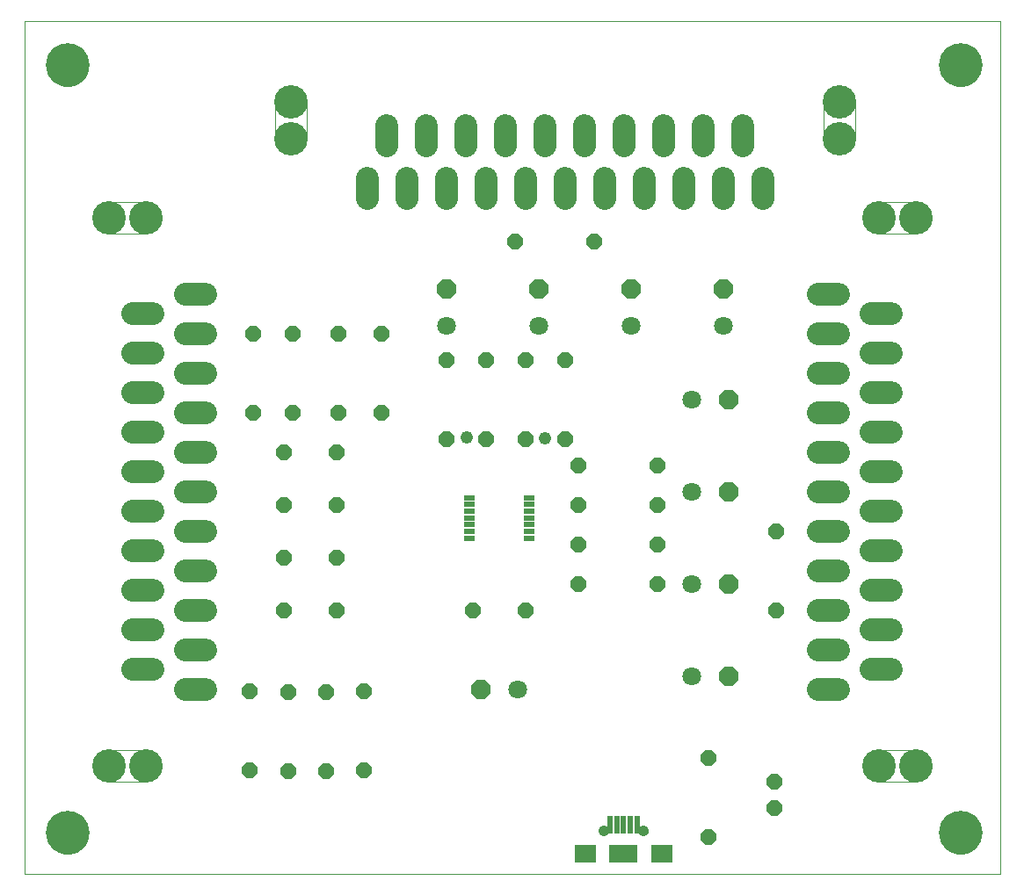
<source format=gts>
G75*
%MOIN*%
%OFA0B0*%
%FSLAX25Y25*%
%IPPOS*%
%LPD*%
%AMOC8*
5,1,8,0,0,1.08239X$1,22.5*
%
%ADD10C,0.00000*%
%ADD11C,0.16548*%
%ADD12OC8,0.06000*%
%ADD13OC8,0.07100*%
%ADD14C,0.07100*%
%ADD15R,0.04343X0.02178*%
%ADD16C,0.00009*%
%ADD17C,0.08600*%
%ADD18C,0.12700*%
%ADD19R,0.02375X0.06509*%
%ADD20C,0.04146*%
%ADD21R,0.07874X0.06693*%
%ADD22R,0.10630X0.06693*%
%ADD23C,0.04800*%
D10*
X0002899Y0013620D02*
X0002899Y0337321D01*
X0372820Y0337321D01*
X0372820Y0013620D01*
X0002899Y0013620D01*
X0011403Y0029053D02*
X0011405Y0029246D01*
X0011412Y0029439D01*
X0011424Y0029632D01*
X0011441Y0029825D01*
X0011462Y0030017D01*
X0011488Y0030208D01*
X0011519Y0030399D01*
X0011554Y0030589D01*
X0011594Y0030778D01*
X0011639Y0030966D01*
X0011688Y0031153D01*
X0011742Y0031339D01*
X0011800Y0031523D01*
X0011863Y0031706D01*
X0011931Y0031887D01*
X0012002Y0032066D01*
X0012079Y0032244D01*
X0012159Y0032420D01*
X0012244Y0032593D01*
X0012333Y0032765D01*
X0012426Y0032934D01*
X0012523Y0033101D01*
X0012625Y0033266D01*
X0012730Y0033428D01*
X0012839Y0033587D01*
X0012953Y0033744D01*
X0013070Y0033897D01*
X0013190Y0034048D01*
X0013315Y0034196D01*
X0013443Y0034341D01*
X0013574Y0034482D01*
X0013709Y0034621D01*
X0013848Y0034756D01*
X0013989Y0034887D01*
X0014134Y0035015D01*
X0014282Y0035140D01*
X0014433Y0035260D01*
X0014586Y0035377D01*
X0014743Y0035491D01*
X0014902Y0035600D01*
X0015064Y0035705D01*
X0015229Y0035807D01*
X0015396Y0035904D01*
X0015565Y0035997D01*
X0015737Y0036086D01*
X0015910Y0036171D01*
X0016086Y0036251D01*
X0016264Y0036328D01*
X0016443Y0036399D01*
X0016624Y0036467D01*
X0016807Y0036530D01*
X0016991Y0036588D01*
X0017177Y0036642D01*
X0017364Y0036691D01*
X0017552Y0036736D01*
X0017741Y0036776D01*
X0017931Y0036811D01*
X0018122Y0036842D01*
X0018313Y0036868D01*
X0018505Y0036889D01*
X0018698Y0036906D01*
X0018891Y0036918D01*
X0019084Y0036925D01*
X0019277Y0036927D01*
X0019470Y0036925D01*
X0019663Y0036918D01*
X0019856Y0036906D01*
X0020049Y0036889D01*
X0020241Y0036868D01*
X0020432Y0036842D01*
X0020623Y0036811D01*
X0020813Y0036776D01*
X0021002Y0036736D01*
X0021190Y0036691D01*
X0021377Y0036642D01*
X0021563Y0036588D01*
X0021747Y0036530D01*
X0021930Y0036467D01*
X0022111Y0036399D01*
X0022290Y0036328D01*
X0022468Y0036251D01*
X0022644Y0036171D01*
X0022817Y0036086D01*
X0022989Y0035997D01*
X0023158Y0035904D01*
X0023325Y0035807D01*
X0023490Y0035705D01*
X0023652Y0035600D01*
X0023811Y0035491D01*
X0023968Y0035377D01*
X0024121Y0035260D01*
X0024272Y0035140D01*
X0024420Y0035015D01*
X0024565Y0034887D01*
X0024706Y0034756D01*
X0024845Y0034621D01*
X0024980Y0034482D01*
X0025111Y0034341D01*
X0025239Y0034196D01*
X0025364Y0034048D01*
X0025484Y0033897D01*
X0025601Y0033744D01*
X0025715Y0033587D01*
X0025824Y0033428D01*
X0025929Y0033266D01*
X0026031Y0033101D01*
X0026128Y0032934D01*
X0026221Y0032765D01*
X0026310Y0032593D01*
X0026395Y0032420D01*
X0026475Y0032244D01*
X0026552Y0032066D01*
X0026623Y0031887D01*
X0026691Y0031706D01*
X0026754Y0031523D01*
X0026812Y0031339D01*
X0026866Y0031153D01*
X0026915Y0030966D01*
X0026960Y0030778D01*
X0027000Y0030589D01*
X0027035Y0030399D01*
X0027066Y0030208D01*
X0027092Y0030017D01*
X0027113Y0029825D01*
X0027130Y0029632D01*
X0027142Y0029439D01*
X0027149Y0029246D01*
X0027151Y0029053D01*
X0027149Y0028860D01*
X0027142Y0028667D01*
X0027130Y0028474D01*
X0027113Y0028281D01*
X0027092Y0028089D01*
X0027066Y0027898D01*
X0027035Y0027707D01*
X0027000Y0027517D01*
X0026960Y0027328D01*
X0026915Y0027140D01*
X0026866Y0026953D01*
X0026812Y0026767D01*
X0026754Y0026583D01*
X0026691Y0026400D01*
X0026623Y0026219D01*
X0026552Y0026040D01*
X0026475Y0025862D01*
X0026395Y0025686D01*
X0026310Y0025513D01*
X0026221Y0025341D01*
X0026128Y0025172D01*
X0026031Y0025005D01*
X0025929Y0024840D01*
X0025824Y0024678D01*
X0025715Y0024519D01*
X0025601Y0024362D01*
X0025484Y0024209D01*
X0025364Y0024058D01*
X0025239Y0023910D01*
X0025111Y0023765D01*
X0024980Y0023624D01*
X0024845Y0023485D01*
X0024706Y0023350D01*
X0024565Y0023219D01*
X0024420Y0023091D01*
X0024272Y0022966D01*
X0024121Y0022846D01*
X0023968Y0022729D01*
X0023811Y0022615D01*
X0023652Y0022506D01*
X0023490Y0022401D01*
X0023325Y0022299D01*
X0023158Y0022202D01*
X0022989Y0022109D01*
X0022817Y0022020D01*
X0022644Y0021935D01*
X0022468Y0021855D01*
X0022290Y0021778D01*
X0022111Y0021707D01*
X0021930Y0021639D01*
X0021747Y0021576D01*
X0021563Y0021518D01*
X0021377Y0021464D01*
X0021190Y0021415D01*
X0021002Y0021370D01*
X0020813Y0021330D01*
X0020623Y0021295D01*
X0020432Y0021264D01*
X0020241Y0021238D01*
X0020049Y0021217D01*
X0019856Y0021200D01*
X0019663Y0021188D01*
X0019470Y0021181D01*
X0019277Y0021179D01*
X0019084Y0021181D01*
X0018891Y0021188D01*
X0018698Y0021200D01*
X0018505Y0021217D01*
X0018313Y0021238D01*
X0018122Y0021264D01*
X0017931Y0021295D01*
X0017741Y0021330D01*
X0017552Y0021370D01*
X0017364Y0021415D01*
X0017177Y0021464D01*
X0016991Y0021518D01*
X0016807Y0021576D01*
X0016624Y0021639D01*
X0016443Y0021707D01*
X0016264Y0021778D01*
X0016086Y0021855D01*
X0015910Y0021935D01*
X0015737Y0022020D01*
X0015565Y0022109D01*
X0015396Y0022202D01*
X0015229Y0022299D01*
X0015064Y0022401D01*
X0014902Y0022506D01*
X0014743Y0022615D01*
X0014586Y0022729D01*
X0014433Y0022846D01*
X0014282Y0022966D01*
X0014134Y0023091D01*
X0013989Y0023219D01*
X0013848Y0023350D01*
X0013709Y0023485D01*
X0013574Y0023624D01*
X0013443Y0023765D01*
X0013315Y0023910D01*
X0013190Y0024058D01*
X0013070Y0024209D01*
X0012953Y0024362D01*
X0012839Y0024519D01*
X0012730Y0024678D01*
X0012625Y0024840D01*
X0012523Y0025005D01*
X0012426Y0025172D01*
X0012333Y0025341D01*
X0012244Y0025513D01*
X0012159Y0025686D01*
X0012079Y0025862D01*
X0012002Y0026040D01*
X0011931Y0026219D01*
X0011863Y0026400D01*
X0011800Y0026583D01*
X0011742Y0026767D01*
X0011688Y0026953D01*
X0011639Y0027140D01*
X0011594Y0027328D01*
X0011554Y0027517D01*
X0011519Y0027707D01*
X0011488Y0027898D01*
X0011462Y0028089D01*
X0011441Y0028281D01*
X0011424Y0028474D01*
X0011412Y0028667D01*
X0011405Y0028860D01*
X0011403Y0029053D01*
X0028949Y0054620D02*
X0028951Y0054774D01*
X0028957Y0054928D01*
X0028967Y0055081D01*
X0028981Y0055234D01*
X0028999Y0055387D01*
X0029020Y0055539D01*
X0029046Y0055691D01*
X0029076Y0055842D01*
X0029109Y0055992D01*
X0029147Y0056141D01*
X0029188Y0056290D01*
X0029233Y0056437D01*
X0029282Y0056583D01*
X0029335Y0056727D01*
X0029391Y0056870D01*
X0029451Y0057012D01*
X0029515Y0057152D01*
X0029582Y0057290D01*
X0029653Y0057427D01*
X0029727Y0057562D01*
X0029805Y0057694D01*
X0029886Y0057825D01*
X0029971Y0057954D01*
X0030058Y0058080D01*
X0030149Y0058204D01*
X0030244Y0058325D01*
X0030341Y0058445D01*
X0030441Y0058561D01*
X0030545Y0058675D01*
X0030651Y0058786D01*
X0030760Y0058895D01*
X0030872Y0059000D01*
X0030987Y0059103D01*
X0031104Y0059203D01*
X0031224Y0059299D01*
X0031346Y0059393D01*
X0031470Y0059483D01*
X0031597Y0059570D01*
X0031726Y0059654D01*
X0031858Y0059734D01*
X0031991Y0059811D01*
X0032126Y0059884D01*
X0032263Y0059954D01*
X0032402Y0060021D01*
X0032542Y0060083D01*
X0032684Y0060142D01*
X0032828Y0060198D01*
X0032973Y0060250D01*
X0033119Y0060297D01*
X0033266Y0060342D01*
X0033415Y0060382D01*
X0033564Y0060418D01*
X0033715Y0060451D01*
X0033866Y0060480D01*
X0034018Y0060504D01*
X0034170Y0060525D01*
X0034323Y0060542D01*
X0034476Y0060555D01*
X0034630Y0060564D01*
X0034784Y0060569D01*
X0034937Y0060570D01*
X0035091Y0060567D01*
X0035245Y0060560D01*
X0035398Y0060549D01*
X0035552Y0060534D01*
X0035704Y0060515D01*
X0035856Y0060492D01*
X0036008Y0060466D01*
X0036159Y0060435D01*
X0036309Y0060401D01*
X0036458Y0060362D01*
X0036605Y0060320D01*
X0036752Y0060274D01*
X0036898Y0060224D01*
X0037042Y0060171D01*
X0037185Y0060113D01*
X0037326Y0060052D01*
X0037466Y0059988D01*
X0037604Y0059920D01*
X0037740Y0059848D01*
X0037874Y0059773D01*
X0038006Y0059694D01*
X0038136Y0059612D01*
X0038264Y0059527D01*
X0038390Y0059438D01*
X0038513Y0059346D01*
X0038634Y0059251D01*
X0038753Y0059153D01*
X0038869Y0059052D01*
X0038982Y0058948D01*
X0039093Y0058841D01*
X0039200Y0058731D01*
X0039305Y0058618D01*
X0039407Y0058503D01*
X0039506Y0058385D01*
X0039602Y0058265D01*
X0039695Y0058142D01*
X0039784Y0058017D01*
X0039870Y0057890D01*
X0039953Y0057760D01*
X0040033Y0057628D01*
X0040109Y0057495D01*
X0040181Y0057359D01*
X0040250Y0057221D01*
X0040316Y0057082D01*
X0040378Y0056941D01*
X0040436Y0056799D01*
X0040490Y0056655D01*
X0040541Y0056510D01*
X0040588Y0056363D01*
X0040631Y0056216D01*
X0040670Y0056067D01*
X0040706Y0055917D01*
X0040737Y0055767D01*
X0040765Y0055615D01*
X0040789Y0055463D01*
X0040809Y0055311D01*
X0040825Y0055158D01*
X0040837Y0055004D01*
X0040845Y0054851D01*
X0040849Y0054697D01*
X0040849Y0054543D01*
X0040845Y0054389D01*
X0040837Y0054236D01*
X0040825Y0054082D01*
X0040809Y0053929D01*
X0040789Y0053777D01*
X0040765Y0053625D01*
X0040737Y0053473D01*
X0040706Y0053323D01*
X0040670Y0053173D01*
X0040631Y0053024D01*
X0040588Y0052877D01*
X0040541Y0052730D01*
X0040490Y0052585D01*
X0040436Y0052441D01*
X0040378Y0052299D01*
X0040316Y0052158D01*
X0040250Y0052019D01*
X0040181Y0051881D01*
X0040109Y0051745D01*
X0040033Y0051612D01*
X0039953Y0051480D01*
X0039870Y0051350D01*
X0039784Y0051223D01*
X0039695Y0051098D01*
X0039602Y0050975D01*
X0039506Y0050855D01*
X0039407Y0050737D01*
X0039305Y0050622D01*
X0039200Y0050509D01*
X0039093Y0050399D01*
X0038982Y0050292D01*
X0038869Y0050188D01*
X0038753Y0050087D01*
X0038634Y0049989D01*
X0038513Y0049894D01*
X0038390Y0049802D01*
X0038264Y0049713D01*
X0038136Y0049628D01*
X0038006Y0049546D01*
X0037874Y0049467D01*
X0037740Y0049392D01*
X0037604Y0049320D01*
X0037466Y0049252D01*
X0037326Y0049188D01*
X0037185Y0049127D01*
X0037042Y0049069D01*
X0036898Y0049016D01*
X0036752Y0048966D01*
X0036605Y0048920D01*
X0036458Y0048878D01*
X0036309Y0048839D01*
X0036159Y0048805D01*
X0036008Y0048774D01*
X0035856Y0048748D01*
X0035704Y0048725D01*
X0035552Y0048706D01*
X0035398Y0048691D01*
X0035245Y0048680D01*
X0035091Y0048673D01*
X0034937Y0048670D01*
X0034784Y0048671D01*
X0034630Y0048676D01*
X0034476Y0048685D01*
X0034323Y0048698D01*
X0034170Y0048715D01*
X0034018Y0048736D01*
X0033866Y0048760D01*
X0033715Y0048789D01*
X0033564Y0048822D01*
X0033415Y0048858D01*
X0033266Y0048898D01*
X0033119Y0048943D01*
X0032973Y0048990D01*
X0032828Y0049042D01*
X0032684Y0049098D01*
X0032542Y0049157D01*
X0032402Y0049219D01*
X0032263Y0049286D01*
X0032126Y0049356D01*
X0031991Y0049429D01*
X0031858Y0049506D01*
X0031726Y0049586D01*
X0031597Y0049670D01*
X0031470Y0049757D01*
X0031346Y0049847D01*
X0031224Y0049941D01*
X0031104Y0050037D01*
X0030987Y0050137D01*
X0030872Y0050240D01*
X0030760Y0050345D01*
X0030651Y0050454D01*
X0030545Y0050565D01*
X0030441Y0050679D01*
X0030341Y0050795D01*
X0030244Y0050915D01*
X0030149Y0051036D01*
X0030058Y0051160D01*
X0029971Y0051286D01*
X0029886Y0051415D01*
X0029805Y0051546D01*
X0029727Y0051678D01*
X0029653Y0051813D01*
X0029582Y0051950D01*
X0029515Y0052088D01*
X0029451Y0052228D01*
X0029391Y0052370D01*
X0029335Y0052513D01*
X0029282Y0052657D01*
X0029233Y0052803D01*
X0029188Y0052950D01*
X0029147Y0053099D01*
X0029109Y0053248D01*
X0029076Y0053398D01*
X0029046Y0053549D01*
X0029020Y0053701D01*
X0028999Y0053853D01*
X0028981Y0054006D01*
X0028967Y0054159D01*
X0028957Y0054312D01*
X0028951Y0054466D01*
X0028949Y0054620D01*
X0034899Y0060620D02*
X0034746Y0060618D01*
X0034593Y0060612D01*
X0034440Y0060602D01*
X0034287Y0060589D01*
X0034135Y0060571D01*
X0033983Y0060550D01*
X0033832Y0060524D01*
X0033682Y0060495D01*
X0033532Y0060462D01*
X0033383Y0060425D01*
X0033235Y0060385D01*
X0033089Y0060340D01*
X0032943Y0060292D01*
X0032799Y0060240D01*
X0032656Y0060185D01*
X0032515Y0060126D01*
X0032375Y0060063D01*
X0032237Y0059997D01*
X0032100Y0059927D01*
X0031966Y0059854D01*
X0031833Y0059777D01*
X0031702Y0059697D01*
X0031574Y0059614D01*
X0031447Y0059528D01*
X0031323Y0059438D01*
X0031201Y0059345D01*
X0031082Y0059249D01*
X0030965Y0059150D01*
X0030850Y0059048D01*
X0030738Y0058943D01*
X0030629Y0058835D01*
X0030523Y0058725D01*
X0030420Y0058612D01*
X0030319Y0058496D01*
X0030222Y0058378D01*
X0030127Y0058257D01*
X0030036Y0058134D01*
X0029948Y0058009D01*
X0029863Y0057881D01*
X0029781Y0057752D01*
X0029703Y0057620D01*
X0029628Y0057486D01*
X0029556Y0057351D01*
X0029488Y0057213D01*
X0029424Y0057074D01*
X0029363Y0056934D01*
X0029306Y0056792D01*
X0029252Y0056648D01*
X0029202Y0056503D01*
X0029156Y0056357D01*
X0029113Y0056210D01*
X0029075Y0056062D01*
X0029040Y0055912D01*
X0029009Y0055762D01*
X0028981Y0055612D01*
X0028958Y0055460D01*
X0028939Y0055308D01*
X0028923Y0055156D01*
X0028911Y0055003D01*
X0028903Y0054850D01*
X0028899Y0054697D01*
X0028899Y0054543D01*
X0028903Y0054390D01*
X0028911Y0054237D01*
X0028923Y0054084D01*
X0028939Y0053932D01*
X0028958Y0053780D01*
X0028981Y0053628D01*
X0029009Y0053478D01*
X0029040Y0053328D01*
X0029075Y0053178D01*
X0029113Y0053030D01*
X0029156Y0052883D01*
X0029202Y0052737D01*
X0029252Y0052592D01*
X0029306Y0052448D01*
X0029363Y0052306D01*
X0029424Y0052166D01*
X0029488Y0052027D01*
X0029556Y0051889D01*
X0029628Y0051754D01*
X0029703Y0051620D01*
X0029781Y0051488D01*
X0029863Y0051359D01*
X0029948Y0051231D01*
X0030036Y0051106D01*
X0030127Y0050983D01*
X0030222Y0050862D01*
X0030319Y0050744D01*
X0030420Y0050628D01*
X0030523Y0050515D01*
X0030629Y0050405D01*
X0030738Y0050297D01*
X0030850Y0050192D01*
X0030965Y0050090D01*
X0031082Y0049991D01*
X0031201Y0049895D01*
X0031323Y0049802D01*
X0031447Y0049712D01*
X0031574Y0049626D01*
X0031702Y0049543D01*
X0031833Y0049463D01*
X0031966Y0049386D01*
X0032100Y0049313D01*
X0032237Y0049243D01*
X0032375Y0049177D01*
X0032515Y0049114D01*
X0032656Y0049055D01*
X0032799Y0049000D01*
X0032943Y0048948D01*
X0033089Y0048900D01*
X0033235Y0048855D01*
X0033383Y0048815D01*
X0033532Y0048778D01*
X0033682Y0048745D01*
X0033832Y0048716D01*
X0033983Y0048690D01*
X0034135Y0048669D01*
X0034287Y0048651D01*
X0034440Y0048638D01*
X0034593Y0048628D01*
X0034746Y0048622D01*
X0034899Y0048620D01*
X0042949Y0054620D02*
X0042951Y0054774D01*
X0042957Y0054928D01*
X0042967Y0055081D01*
X0042981Y0055234D01*
X0042999Y0055387D01*
X0043020Y0055539D01*
X0043046Y0055691D01*
X0043076Y0055842D01*
X0043109Y0055992D01*
X0043147Y0056141D01*
X0043188Y0056290D01*
X0043233Y0056437D01*
X0043282Y0056583D01*
X0043335Y0056727D01*
X0043391Y0056870D01*
X0043451Y0057012D01*
X0043515Y0057152D01*
X0043582Y0057290D01*
X0043653Y0057427D01*
X0043727Y0057562D01*
X0043805Y0057694D01*
X0043886Y0057825D01*
X0043971Y0057954D01*
X0044058Y0058080D01*
X0044149Y0058204D01*
X0044244Y0058325D01*
X0044341Y0058445D01*
X0044441Y0058561D01*
X0044545Y0058675D01*
X0044651Y0058786D01*
X0044760Y0058895D01*
X0044872Y0059000D01*
X0044987Y0059103D01*
X0045104Y0059203D01*
X0045224Y0059299D01*
X0045346Y0059393D01*
X0045470Y0059483D01*
X0045597Y0059570D01*
X0045726Y0059654D01*
X0045858Y0059734D01*
X0045991Y0059811D01*
X0046126Y0059884D01*
X0046263Y0059954D01*
X0046402Y0060021D01*
X0046542Y0060083D01*
X0046684Y0060142D01*
X0046828Y0060198D01*
X0046973Y0060250D01*
X0047119Y0060297D01*
X0047266Y0060342D01*
X0047415Y0060382D01*
X0047564Y0060418D01*
X0047715Y0060451D01*
X0047866Y0060480D01*
X0048018Y0060504D01*
X0048170Y0060525D01*
X0048323Y0060542D01*
X0048476Y0060555D01*
X0048630Y0060564D01*
X0048784Y0060569D01*
X0048937Y0060570D01*
X0049091Y0060567D01*
X0049245Y0060560D01*
X0049398Y0060549D01*
X0049552Y0060534D01*
X0049704Y0060515D01*
X0049856Y0060492D01*
X0050008Y0060466D01*
X0050159Y0060435D01*
X0050309Y0060401D01*
X0050458Y0060362D01*
X0050605Y0060320D01*
X0050752Y0060274D01*
X0050898Y0060224D01*
X0051042Y0060171D01*
X0051185Y0060113D01*
X0051326Y0060052D01*
X0051466Y0059988D01*
X0051604Y0059920D01*
X0051740Y0059848D01*
X0051874Y0059773D01*
X0052006Y0059694D01*
X0052136Y0059612D01*
X0052264Y0059527D01*
X0052390Y0059438D01*
X0052513Y0059346D01*
X0052634Y0059251D01*
X0052753Y0059153D01*
X0052869Y0059052D01*
X0052982Y0058948D01*
X0053093Y0058841D01*
X0053200Y0058731D01*
X0053305Y0058618D01*
X0053407Y0058503D01*
X0053506Y0058385D01*
X0053602Y0058265D01*
X0053695Y0058142D01*
X0053784Y0058017D01*
X0053870Y0057890D01*
X0053953Y0057760D01*
X0054033Y0057628D01*
X0054109Y0057495D01*
X0054181Y0057359D01*
X0054250Y0057221D01*
X0054316Y0057082D01*
X0054378Y0056941D01*
X0054436Y0056799D01*
X0054490Y0056655D01*
X0054541Y0056510D01*
X0054588Y0056363D01*
X0054631Y0056216D01*
X0054670Y0056067D01*
X0054706Y0055917D01*
X0054737Y0055767D01*
X0054765Y0055615D01*
X0054789Y0055463D01*
X0054809Y0055311D01*
X0054825Y0055158D01*
X0054837Y0055004D01*
X0054845Y0054851D01*
X0054849Y0054697D01*
X0054849Y0054543D01*
X0054845Y0054389D01*
X0054837Y0054236D01*
X0054825Y0054082D01*
X0054809Y0053929D01*
X0054789Y0053777D01*
X0054765Y0053625D01*
X0054737Y0053473D01*
X0054706Y0053323D01*
X0054670Y0053173D01*
X0054631Y0053024D01*
X0054588Y0052877D01*
X0054541Y0052730D01*
X0054490Y0052585D01*
X0054436Y0052441D01*
X0054378Y0052299D01*
X0054316Y0052158D01*
X0054250Y0052019D01*
X0054181Y0051881D01*
X0054109Y0051745D01*
X0054033Y0051612D01*
X0053953Y0051480D01*
X0053870Y0051350D01*
X0053784Y0051223D01*
X0053695Y0051098D01*
X0053602Y0050975D01*
X0053506Y0050855D01*
X0053407Y0050737D01*
X0053305Y0050622D01*
X0053200Y0050509D01*
X0053093Y0050399D01*
X0052982Y0050292D01*
X0052869Y0050188D01*
X0052753Y0050087D01*
X0052634Y0049989D01*
X0052513Y0049894D01*
X0052390Y0049802D01*
X0052264Y0049713D01*
X0052136Y0049628D01*
X0052006Y0049546D01*
X0051874Y0049467D01*
X0051740Y0049392D01*
X0051604Y0049320D01*
X0051466Y0049252D01*
X0051326Y0049188D01*
X0051185Y0049127D01*
X0051042Y0049069D01*
X0050898Y0049016D01*
X0050752Y0048966D01*
X0050605Y0048920D01*
X0050458Y0048878D01*
X0050309Y0048839D01*
X0050159Y0048805D01*
X0050008Y0048774D01*
X0049856Y0048748D01*
X0049704Y0048725D01*
X0049552Y0048706D01*
X0049398Y0048691D01*
X0049245Y0048680D01*
X0049091Y0048673D01*
X0048937Y0048670D01*
X0048784Y0048671D01*
X0048630Y0048676D01*
X0048476Y0048685D01*
X0048323Y0048698D01*
X0048170Y0048715D01*
X0048018Y0048736D01*
X0047866Y0048760D01*
X0047715Y0048789D01*
X0047564Y0048822D01*
X0047415Y0048858D01*
X0047266Y0048898D01*
X0047119Y0048943D01*
X0046973Y0048990D01*
X0046828Y0049042D01*
X0046684Y0049098D01*
X0046542Y0049157D01*
X0046402Y0049219D01*
X0046263Y0049286D01*
X0046126Y0049356D01*
X0045991Y0049429D01*
X0045858Y0049506D01*
X0045726Y0049586D01*
X0045597Y0049670D01*
X0045470Y0049757D01*
X0045346Y0049847D01*
X0045224Y0049941D01*
X0045104Y0050037D01*
X0044987Y0050137D01*
X0044872Y0050240D01*
X0044760Y0050345D01*
X0044651Y0050454D01*
X0044545Y0050565D01*
X0044441Y0050679D01*
X0044341Y0050795D01*
X0044244Y0050915D01*
X0044149Y0051036D01*
X0044058Y0051160D01*
X0043971Y0051286D01*
X0043886Y0051415D01*
X0043805Y0051546D01*
X0043727Y0051678D01*
X0043653Y0051813D01*
X0043582Y0051950D01*
X0043515Y0052088D01*
X0043451Y0052228D01*
X0043391Y0052370D01*
X0043335Y0052513D01*
X0043282Y0052657D01*
X0043233Y0052803D01*
X0043188Y0052950D01*
X0043147Y0053099D01*
X0043109Y0053248D01*
X0043076Y0053398D01*
X0043046Y0053549D01*
X0043020Y0053701D01*
X0042999Y0053853D01*
X0042981Y0054006D01*
X0042967Y0054159D01*
X0042957Y0054312D01*
X0042951Y0054466D01*
X0042949Y0054620D01*
X0048899Y0048620D02*
X0049052Y0048622D01*
X0049205Y0048628D01*
X0049358Y0048638D01*
X0049511Y0048651D01*
X0049663Y0048669D01*
X0049815Y0048690D01*
X0049966Y0048716D01*
X0050116Y0048745D01*
X0050266Y0048778D01*
X0050415Y0048815D01*
X0050563Y0048855D01*
X0050709Y0048900D01*
X0050855Y0048948D01*
X0050999Y0049000D01*
X0051142Y0049055D01*
X0051283Y0049114D01*
X0051423Y0049177D01*
X0051561Y0049243D01*
X0051698Y0049313D01*
X0051832Y0049386D01*
X0051965Y0049463D01*
X0052096Y0049543D01*
X0052224Y0049626D01*
X0052351Y0049712D01*
X0052475Y0049802D01*
X0052597Y0049895D01*
X0052716Y0049991D01*
X0052833Y0050090D01*
X0052948Y0050192D01*
X0053060Y0050297D01*
X0053169Y0050405D01*
X0053275Y0050515D01*
X0053378Y0050628D01*
X0053479Y0050744D01*
X0053576Y0050862D01*
X0053671Y0050983D01*
X0053762Y0051106D01*
X0053850Y0051231D01*
X0053935Y0051359D01*
X0054017Y0051488D01*
X0054095Y0051620D01*
X0054170Y0051754D01*
X0054242Y0051889D01*
X0054310Y0052027D01*
X0054374Y0052166D01*
X0054435Y0052306D01*
X0054492Y0052448D01*
X0054546Y0052592D01*
X0054596Y0052737D01*
X0054642Y0052883D01*
X0054685Y0053030D01*
X0054723Y0053178D01*
X0054758Y0053328D01*
X0054789Y0053478D01*
X0054817Y0053628D01*
X0054840Y0053780D01*
X0054859Y0053932D01*
X0054875Y0054084D01*
X0054887Y0054237D01*
X0054895Y0054390D01*
X0054899Y0054543D01*
X0054899Y0054697D01*
X0054895Y0054850D01*
X0054887Y0055003D01*
X0054875Y0055156D01*
X0054859Y0055308D01*
X0054840Y0055460D01*
X0054817Y0055612D01*
X0054789Y0055762D01*
X0054758Y0055912D01*
X0054723Y0056062D01*
X0054685Y0056210D01*
X0054642Y0056357D01*
X0054596Y0056503D01*
X0054546Y0056648D01*
X0054492Y0056792D01*
X0054435Y0056934D01*
X0054374Y0057074D01*
X0054310Y0057213D01*
X0054242Y0057351D01*
X0054170Y0057486D01*
X0054095Y0057620D01*
X0054017Y0057752D01*
X0053935Y0057881D01*
X0053850Y0058009D01*
X0053762Y0058134D01*
X0053671Y0058257D01*
X0053576Y0058378D01*
X0053479Y0058496D01*
X0053378Y0058612D01*
X0053275Y0058725D01*
X0053169Y0058835D01*
X0053060Y0058943D01*
X0052948Y0059048D01*
X0052833Y0059150D01*
X0052716Y0059249D01*
X0052597Y0059345D01*
X0052475Y0059438D01*
X0052351Y0059528D01*
X0052224Y0059614D01*
X0052096Y0059697D01*
X0051965Y0059777D01*
X0051832Y0059854D01*
X0051698Y0059927D01*
X0051561Y0059997D01*
X0051423Y0060063D01*
X0051283Y0060126D01*
X0051142Y0060185D01*
X0050999Y0060240D01*
X0050855Y0060292D01*
X0050709Y0060340D01*
X0050563Y0060385D01*
X0050415Y0060425D01*
X0050266Y0060462D01*
X0050116Y0060495D01*
X0049966Y0060524D01*
X0049815Y0060550D01*
X0049663Y0060571D01*
X0049511Y0060589D01*
X0049358Y0060602D01*
X0049205Y0060612D01*
X0049052Y0060618D01*
X0048899Y0060620D01*
X0220993Y0030008D02*
X0220995Y0030089D01*
X0221001Y0030171D01*
X0221011Y0030252D01*
X0221025Y0030332D01*
X0221042Y0030411D01*
X0221064Y0030490D01*
X0221089Y0030567D01*
X0221118Y0030644D01*
X0221151Y0030718D01*
X0221188Y0030791D01*
X0221227Y0030862D01*
X0221271Y0030931D01*
X0221317Y0030998D01*
X0221367Y0031062D01*
X0221420Y0031124D01*
X0221476Y0031184D01*
X0221534Y0031240D01*
X0221596Y0031294D01*
X0221660Y0031345D01*
X0221726Y0031392D01*
X0221794Y0031436D01*
X0221865Y0031477D01*
X0221937Y0031514D01*
X0222012Y0031548D01*
X0222087Y0031578D01*
X0222165Y0031604D01*
X0222243Y0031627D01*
X0222322Y0031645D01*
X0222402Y0031660D01*
X0222483Y0031671D01*
X0222564Y0031678D01*
X0222646Y0031681D01*
X0222727Y0031680D01*
X0222808Y0031675D01*
X0222889Y0031666D01*
X0222970Y0031653D01*
X0223050Y0031636D01*
X0223128Y0031616D01*
X0223206Y0031591D01*
X0223283Y0031563D01*
X0223358Y0031531D01*
X0223431Y0031496D01*
X0223502Y0031457D01*
X0223572Y0031414D01*
X0223639Y0031369D01*
X0223705Y0031320D01*
X0223767Y0031268D01*
X0223827Y0031212D01*
X0223884Y0031154D01*
X0223939Y0031094D01*
X0223990Y0031030D01*
X0224038Y0030965D01*
X0224083Y0030897D01*
X0224125Y0030827D01*
X0224163Y0030755D01*
X0224198Y0030681D01*
X0224229Y0030606D01*
X0224256Y0030529D01*
X0224279Y0030451D01*
X0224299Y0030372D01*
X0224315Y0030292D01*
X0224327Y0030211D01*
X0224335Y0030130D01*
X0224339Y0030049D01*
X0224339Y0029967D01*
X0224335Y0029886D01*
X0224327Y0029805D01*
X0224315Y0029724D01*
X0224299Y0029644D01*
X0224279Y0029565D01*
X0224256Y0029487D01*
X0224229Y0029410D01*
X0224198Y0029335D01*
X0224163Y0029261D01*
X0224125Y0029189D01*
X0224083Y0029119D01*
X0224038Y0029051D01*
X0223990Y0028986D01*
X0223939Y0028922D01*
X0223884Y0028862D01*
X0223827Y0028804D01*
X0223767Y0028748D01*
X0223705Y0028696D01*
X0223639Y0028647D01*
X0223572Y0028602D01*
X0223503Y0028559D01*
X0223431Y0028520D01*
X0223358Y0028485D01*
X0223283Y0028453D01*
X0223206Y0028425D01*
X0223128Y0028400D01*
X0223050Y0028380D01*
X0222970Y0028363D01*
X0222889Y0028350D01*
X0222808Y0028341D01*
X0222727Y0028336D01*
X0222646Y0028335D01*
X0222564Y0028338D01*
X0222483Y0028345D01*
X0222402Y0028356D01*
X0222322Y0028371D01*
X0222243Y0028389D01*
X0222165Y0028412D01*
X0222087Y0028438D01*
X0222012Y0028468D01*
X0221937Y0028502D01*
X0221865Y0028539D01*
X0221794Y0028580D01*
X0221726Y0028624D01*
X0221660Y0028671D01*
X0221596Y0028722D01*
X0221534Y0028776D01*
X0221476Y0028832D01*
X0221420Y0028892D01*
X0221367Y0028954D01*
X0221317Y0029018D01*
X0221271Y0029085D01*
X0221227Y0029154D01*
X0221188Y0029225D01*
X0221151Y0029298D01*
X0221118Y0029372D01*
X0221089Y0029449D01*
X0221064Y0029526D01*
X0221042Y0029605D01*
X0221025Y0029684D01*
X0221011Y0029764D01*
X0221001Y0029845D01*
X0220995Y0029927D01*
X0220993Y0030008D01*
X0235954Y0030008D02*
X0235956Y0030089D01*
X0235962Y0030171D01*
X0235972Y0030252D01*
X0235986Y0030332D01*
X0236003Y0030411D01*
X0236025Y0030490D01*
X0236050Y0030567D01*
X0236079Y0030644D01*
X0236112Y0030718D01*
X0236149Y0030791D01*
X0236188Y0030862D01*
X0236232Y0030931D01*
X0236278Y0030998D01*
X0236328Y0031062D01*
X0236381Y0031124D01*
X0236437Y0031184D01*
X0236495Y0031240D01*
X0236557Y0031294D01*
X0236621Y0031345D01*
X0236687Y0031392D01*
X0236755Y0031436D01*
X0236826Y0031477D01*
X0236898Y0031514D01*
X0236973Y0031548D01*
X0237048Y0031578D01*
X0237126Y0031604D01*
X0237204Y0031627D01*
X0237283Y0031645D01*
X0237363Y0031660D01*
X0237444Y0031671D01*
X0237525Y0031678D01*
X0237607Y0031681D01*
X0237688Y0031680D01*
X0237769Y0031675D01*
X0237850Y0031666D01*
X0237931Y0031653D01*
X0238011Y0031636D01*
X0238089Y0031616D01*
X0238167Y0031591D01*
X0238244Y0031563D01*
X0238319Y0031531D01*
X0238392Y0031496D01*
X0238463Y0031457D01*
X0238533Y0031414D01*
X0238600Y0031369D01*
X0238666Y0031320D01*
X0238728Y0031268D01*
X0238788Y0031212D01*
X0238845Y0031154D01*
X0238900Y0031094D01*
X0238951Y0031030D01*
X0238999Y0030965D01*
X0239044Y0030897D01*
X0239086Y0030827D01*
X0239124Y0030755D01*
X0239159Y0030681D01*
X0239190Y0030606D01*
X0239217Y0030529D01*
X0239240Y0030451D01*
X0239260Y0030372D01*
X0239276Y0030292D01*
X0239288Y0030211D01*
X0239296Y0030130D01*
X0239300Y0030049D01*
X0239300Y0029967D01*
X0239296Y0029886D01*
X0239288Y0029805D01*
X0239276Y0029724D01*
X0239260Y0029644D01*
X0239240Y0029565D01*
X0239217Y0029487D01*
X0239190Y0029410D01*
X0239159Y0029335D01*
X0239124Y0029261D01*
X0239086Y0029189D01*
X0239044Y0029119D01*
X0238999Y0029051D01*
X0238951Y0028986D01*
X0238900Y0028922D01*
X0238845Y0028862D01*
X0238788Y0028804D01*
X0238728Y0028748D01*
X0238666Y0028696D01*
X0238600Y0028647D01*
X0238533Y0028602D01*
X0238464Y0028559D01*
X0238392Y0028520D01*
X0238319Y0028485D01*
X0238244Y0028453D01*
X0238167Y0028425D01*
X0238089Y0028400D01*
X0238011Y0028380D01*
X0237931Y0028363D01*
X0237850Y0028350D01*
X0237769Y0028341D01*
X0237688Y0028336D01*
X0237607Y0028335D01*
X0237525Y0028338D01*
X0237444Y0028345D01*
X0237363Y0028356D01*
X0237283Y0028371D01*
X0237204Y0028389D01*
X0237126Y0028412D01*
X0237048Y0028438D01*
X0236973Y0028468D01*
X0236898Y0028502D01*
X0236826Y0028539D01*
X0236755Y0028580D01*
X0236687Y0028624D01*
X0236621Y0028671D01*
X0236557Y0028722D01*
X0236495Y0028776D01*
X0236437Y0028832D01*
X0236381Y0028892D01*
X0236328Y0028954D01*
X0236278Y0029018D01*
X0236232Y0029085D01*
X0236188Y0029154D01*
X0236149Y0029225D01*
X0236112Y0029298D01*
X0236079Y0029372D01*
X0236050Y0029449D01*
X0236025Y0029526D01*
X0236003Y0029605D01*
X0235986Y0029684D01*
X0235972Y0029764D01*
X0235962Y0029845D01*
X0235956Y0029927D01*
X0235954Y0030008D01*
X0320949Y0054620D02*
X0320951Y0054774D01*
X0320957Y0054928D01*
X0320967Y0055081D01*
X0320981Y0055234D01*
X0320999Y0055387D01*
X0321020Y0055539D01*
X0321046Y0055691D01*
X0321076Y0055842D01*
X0321109Y0055992D01*
X0321147Y0056141D01*
X0321188Y0056290D01*
X0321233Y0056437D01*
X0321282Y0056583D01*
X0321335Y0056727D01*
X0321391Y0056870D01*
X0321451Y0057012D01*
X0321515Y0057152D01*
X0321582Y0057290D01*
X0321653Y0057427D01*
X0321727Y0057562D01*
X0321805Y0057694D01*
X0321886Y0057825D01*
X0321971Y0057954D01*
X0322058Y0058080D01*
X0322149Y0058204D01*
X0322244Y0058325D01*
X0322341Y0058445D01*
X0322441Y0058561D01*
X0322545Y0058675D01*
X0322651Y0058786D01*
X0322760Y0058895D01*
X0322872Y0059000D01*
X0322987Y0059103D01*
X0323104Y0059203D01*
X0323224Y0059299D01*
X0323346Y0059393D01*
X0323470Y0059483D01*
X0323597Y0059570D01*
X0323726Y0059654D01*
X0323858Y0059734D01*
X0323991Y0059811D01*
X0324126Y0059884D01*
X0324263Y0059954D01*
X0324402Y0060021D01*
X0324542Y0060083D01*
X0324684Y0060142D01*
X0324828Y0060198D01*
X0324973Y0060250D01*
X0325119Y0060297D01*
X0325266Y0060342D01*
X0325415Y0060382D01*
X0325564Y0060418D01*
X0325715Y0060451D01*
X0325866Y0060480D01*
X0326018Y0060504D01*
X0326170Y0060525D01*
X0326323Y0060542D01*
X0326476Y0060555D01*
X0326630Y0060564D01*
X0326784Y0060569D01*
X0326937Y0060570D01*
X0327091Y0060567D01*
X0327245Y0060560D01*
X0327398Y0060549D01*
X0327552Y0060534D01*
X0327704Y0060515D01*
X0327856Y0060492D01*
X0328008Y0060466D01*
X0328159Y0060435D01*
X0328309Y0060401D01*
X0328458Y0060362D01*
X0328605Y0060320D01*
X0328752Y0060274D01*
X0328898Y0060224D01*
X0329042Y0060171D01*
X0329185Y0060113D01*
X0329326Y0060052D01*
X0329466Y0059988D01*
X0329604Y0059920D01*
X0329740Y0059848D01*
X0329874Y0059773D01*
X0330006Y0059694D01*
X0330136Y0059612D01*
X0330264Y0059527D01*
X0330390Y0059438D01*
X0330513Y0059346D01*
X0330634Y0059251D01*
X0330753Y0059153D01*
X0330869Y0059052D01*
X0330982Y0058948D01*
X0331093Y0058841D01*
X0331200Y0058731D01*
X0331305Y0058618D01*
X0331407Y0058503D01*
X0331506Y0058385D01*
X0331602Y0058265D01*
X0331695Y0058142D01*
X0331784Y0058017D01*
X0331870Y0057890D01*
X0331953Y0057760D01*
X0332033Y0057628D01*
X0332109Y0057495D01*
X0332181Y0057359D01*
X0332250Y0057221D01*
X0332316Y0057082D01*
X0332378Y0056941D01*
X0332436Y0056799D01*
X0332490Y0056655D01*
X0332541Y0056510D01*
X0332588Y0056363D01*
X0332631Y0056216D01*
X0332670Y0056067D01*
X0332706Y0055917D01*
X0332737Y0055767D01*
X0332765Y0055615D01*
X0332789Y0055463D01*
X0332809Y0055311D01*
X0332825Y0055158D01*
X0332837Y0055004D01*
X0332845Y0054851D01*
X0332849Y0054697D01*
X0332849Y0054543D01*
X0332845Y0054389D01*
X0332837Y0054236D01*
X0332825Y0054082D01*
X0332809Y0053929D01*
X0332789Y0053777D01*
X0332765Y0053625D01*
X0332737Y0053473D01*
X0332706Y0053323D01*
X0332670Y0053173D01*
X0332631Y0053024D01*
X0332588Y0052877D01*
X0332541Y0052730D01*
X0332490Y0052585D01*
X0332436Y0052441D01*
X0332378Y0052299D01*
X0332316Y0052158D01*
X0332250Y0052019D01*
X0332181Y0051881D01*
X0332109Y0051745D01*
X0332033Y0051612D01*
X0331953Y0051480D01*
X0331870Y0051350D01*
X0331784Y0051223D01*
X0331695Y0051098D01*
X0331602Y0050975D01*
X0331506Y0050855D01*
X0331407Y0050737D01*
X0331305Y0050622D01*
X0331200Y0050509D01*
X0331093Y0050399D01*
X0330982Y0050292D01*
X0330869Y0050188D01*
X0330753Y0050087D01*
X0330634Y0049989D01*
X0330513Y0049894D01*
X0330390Y0049802D01*
X0330264Y0049713D01*
X0330136Y0049628D01*
X0330006Y0049546D01*
X0329874Y0049467D01*
X0329740Y0049392D01*
X0329604Y0049320D01*
X0329466Y0049252D01*
X0329326Y0049188D01*
X0329185Y0049127D01*
X0329042Y0049069D01*
X0328898Y0049016D01*
X0328752Y0048966D01*
X0328605Y0048920D01*
X0328458Y0048878D01*
X0328309Y0048839D01*
X0328159Y0048805D01*
X0328008Y0048774D01*
X0327856Y0048748D01*
X0327704Y0048725D01*
X0327552Y0048706D01*
X0327398Y0048691D01*
X0327245Y0048680D01*
X0327091Y0048673D01*
X0326937Y0048670D01*
X0326784Y0048671D01*
X0326630Y0048676D01*
X0326476Y0048685D01*
X0326323Y0048698D01*
X0326170Y0048715D01*
X0326018Y0048736D01*
X0325866Y0048760D01*
X0325715Y0048789D01*
X0325564Y0048822D01*
X0325415Y0048858D01*
X0325266Y0048898D01*
X0325119Y0048943D01*
X0324973Y0048990D01*
X0324828Y0049042D01*
X0324684Y0049098D01*
X0324542Y0049157D01*
X0324402Y0049219D01*
X0324263Y0049286D01*
X0324126Y0049356D01*
X0323991Y0049429D01*
X0323858Y0049506D01*
X0323726Y0049586D01*
X0323597Y0049670D01*
X0323470Y0049757D01*
X0323346Y0049847D01*
X0323224Y0049941D01*
X0323104Y0050037D01*
X0322987Y0050137D01*
X0322872Y0050240D01*
X0322760Y0050345D01*
X0322651Y0050454D01*
X0322545Y0050565D01*
X0322441Y0050679D01*
X0322341Y0050795D01*
X0322244Y0050915D01*
X0322149Y0051036D01*
X0322058Y0051160D01*
X0321971Y0051286D01*
X0321886Y0051415D01*
X0321805Y0051546D01*
X0321727Y0051678D01*
X0321653Y0051813D01*
X0321582Y0051950D01*
X0321515Y0052088D01*
X0321451Y0052228D01*
X0321391Y0052370D01*
X0321335Y0052513D01*
X0321282Y0052657D01*
X0321233Y0052803D01*
X0321188Y0052950D01*
X0321147Y0053099D01*
X0321109Y0053248D01*
X0321076Y0053398D01*
X0321046Y0053549D01*
X0321020Y0053701D01*
X0320999Y0053853D01*
X0320981Y0054006D01*
X0320967Y0054159D01*
X0320957Y0054312D01*
X0320951Y0054466D01*
X0320949Y0054620D01*
X0326899Y0060620D02*
X0326746Y0060618D01*
X0326593Y0060612D01*
X0326440Y0060602D01*
X0326287Y0060589D01*
X0326135Y0060571D01*
X0325983Y0060550D01*
X0325832Y0060524D01*
X0325682Y0060495D01*
X0325532Y0060462D01*
X0325383Y0060425D01*
X0325235Y0060385D01*
X0325089Y0060340D01*
X0324943Y0060292D01*
X0324799Y0060240D01*
X0324656Y0060185D01*
X0324515Y0060126D01*
X0324375Y0060063D01*
X0324237Y0059997D01*
X0324100Y0059927D01*
X0323966Y0059854D01*
X0323833Y0059777D01*
X0323702Y0059697D01*
X0323574Y0059614D01*
X0323447Y0059528D01*
X0323323Y0059438D01*
X0323201Y0059345D01*
X0323082Y0059249D01*
X0322965Y0059150D01*
X0322850Y0059048D01*
X0322738Y0058943D01*
X0322629Y0058835D01*
X0322523Y0058725D01*
X0322420Y0058612D01*
X0322319Y0058496D01*
X0322222Y0058378D01*
X0322127Y0058257D01*
X0322036Y0058134D01*
X0321948Y0058009D01*
X0321863Y0057881D01*
X0321781Y0057752D01*
X0321703Y0057620D01*
X0321628Y0057486D01*
X0321556Y0057351D01*
X0321488Y0057213D01*
X0321424Y0057074D01*
X0321363Y0056934D01*
X0321306Y0056792D01*
X0321252Y0056648D01*
X0321202Y0056503D01*
X0321156Y0056357D01*
X0321113Y0056210D01*
X0321075Y0056062D01*
X0321040Y0055912D01*
X0321009Y0055762D01*
X0320981Y0055612D01*
X0320958Y0055460D01*
X0320939Y0055308D01*
X0320923Y0055156D01*
X0320911Y0055003D01*
X0320903Y0054850D01*
X0320899Y0054697D01*
X0320899Y0054543D01*
X0320903Y0054390D01*
X0320911Y0054237D01*
X0320923Y0054084D01*
X0320939Y0053932D01*
X0320958Y0053780D01*
X0320981Y0053628D01*
X0321009Y0053478D01*
X0321040Y0053328D01*
X0321075Y0053178D01*
X0321113Y0053030D01*
X0321156Y0052883D01*
X0321202Y0052737D01*
X0321252Y0052592D01*
X0321306Y0052448D01*
X0321363Y0052306D01*
X0321424Y0052166D01*
X0321488Y0052027D01*
X0321556Y0051889D01*
X0321628Y0051754D01*
X0321703Y0051620D01*
X0321781Y0051488D01*
X0321863Y0051359D01*
X0321948Y0051231D01*
X0322036Y0051106D01*
X0322127Y0050983D01*
X0322222Y0050862D01*
X0322319Y0050744D01*
X0322420Y0050628D01*
X0322523Y0050515D01*
X0322629Y0050405D01*
X0322738Y0050297D01*
X0322850Y0050192D01*
X0322965Y0050090D01*
X0323082Y0049991D01*
X0323201Y0049895D01*
X0323323Y0049802D01*
X0323447Y0049712D01*
X0323574Y0049626D01*
X0323702Y0049543D01*
X0323833Y0049463D01*
X0323966Y0049386D01*
X0324100Y0049313D01*
X0324237Y0049243D01*
X0324375Y0049177D01*
X0324515Y0049114D01*
X0324656Y0049055D01*
X0324799Y0049000D01*
X0324943Y0048948D01*
X0325089Y0048900D01*
X0325235Y0048855D01*
X0325383Y0048815D01*
X0325532Y0048778D01*
X0325682Y0048745D01*
X0325832Y0048716D01*
X0325983Y0048690D01*
X0326135Y0048669D01*
X0326287Y0048651D01*
X0326440Y0048638D01*
X0326593Y0048628D01*
X0326746Y0048622D01*
X0326899Y0048620D01*
X0334949Y0054620D02*
X0334951Y0054774D01*
X0334957Y0054928D01*
X0334967Y0055081D01*
X0334981Y0055234D01*
X0334999Y0055387D01*
X0335020Y0055539D01*
X0335046Y0055691D01*
X0335076Y0055842D01*
X0335109Y0055992D01*
X0335147Y0056141D01*
X0335188Y0056290D01*
X0335233Y0056437D01*
X0335282Y0056583D01*
X0335335Y0056727D01*
X0335391Y0056870D01*
X0335451Y0057012D01*
X0335515Y0057152D01*
X0335582Y0057290D01*
X0335653Y0057427D01*
X0335727Y0057562D01*
X0335805Y0057694D01*
X0335886Y0057825D01*
X0335971Y0057954D01*
X0336058Y0058080D01*
X0336149Y0058204D01*
X0336244Y0058325D01*
X0336341Y0058445D01*
X0336441Y0058561D01*
X0336545Y0058675D01*
X0336651Y0058786D01*
X0336760Y0058895D01*
X0336872Y0059000D01*
X0336987Y0059103D01*
X0337104Y0059203D01*
X0337224Y0059299D01*
X0337346Y0059393D01*
X0337470Y0059483D01*
X0337597Y0059570D01*
X0337726Y0059654D01*
X0337858Y0059734D01*
X0337991Y0059811D01*
X0338126Y0059884D01*
X0338263Y0059954D01*
X0338402Y0060021D01*
X0338542Y0060083D01*
X0338684Y0060142D01*
X0338828Y0060198D01*
X0338973Y0060250D01*
X0339119Y0060297D01*
X0339266Y0060342D01*
X0339415Y0060382D01*
X0339564Y0060418D01*
X0339715Y0060451D01*
X0339866Y0060480D01*
X0340018Y0060504D01*
X0340170Y0060525D01*
X0340323Y0060542D01*
X0340476Y0060555D01*
X0340630Y0060564D01*
X0340784Y0060569D01*
X0340937Y0060570D01*
X0341091Y0060567D01*
X0341245Y0060560D01*
X0341398Y0060549D01*
X0341552Y0060534D01*
X0341704Y0060515D01*
X0341856Y0060492D01*
X0342008Y0060466D01*
X0342159Y0060435D01*
X0342309Y0060401D01*
X0342458Y0060362D01*
X0342605Y0060320D01*
X0342752Y0060274D01*
X0342898Y0060224D01*
X0343042Y0060171D01*
X0343185Y0060113D01*
X0343326Y0060052D01*
X0343466Y0059988D01*
X0343604Y0059920D01*
X0343740Y0059848D01*
X0343874Y0059773D01*
X0344006Y0059694D01*
X0344136Y0059612D01*
X0344264Y0059527D01*
X0344390Y0059438D01*
X0344513Y0059346D01*
X0344634Y0059251D01*
X0344753Y0059153D01*
X0344869Y0059052D01*
X0344982Y0058948D01*
X0345093Y0058841D01*
X0345200Y0058731D01*
X0345305Y0058618D01*
X0345407Y0058503D01*
X0345506Y0058385D01*
X0345602Y0058265D01*
X0345695Y0058142D01*
X0345784Y0058017D01*
X0345870Y0057890D01*
X0345953Y0057760D01*
X0346033Y0057628D01*
X0346109Y0057495D01*
X0346181Y0057359D01*
X0346250Y0057221D01*
X0346316Y0057082D01*
X0346378Y0056941D01*
X0346436Y0056799D01*
X0346490Y0056655D01*
X0346541Y0056510D01*
X0346588Y0056363D01*
X0346631Y0056216D01*
X0346670Y0056067D01*
X0346706Y0055917D01*
X0346737Y0055767D01*
X0346765Y0055615D01*
X0346789Y0055463D01*
X0346809Y0055311D01*
X0346825Y0055158D01*
X0346837Y0055004D01*
X0346845Y0054851D01*
X0346849Y0054697D01*
X0346849Y0054543D01*
X0346845Y0054389D01*
X0346837Y0054236D01*
X0346825Y0054082D01*
X0346809Y0053929D01*
X0346789Y0053777D01*
X0346765Y0053625D01*
X0346737Y0053473D01*
X0346706Y0053323D01*
X0346670Y0053173D01*
X0346631Y0053024D01*
X0346588Y0052877D01*
X0346541Y0052730D01*
X0346490Y0052585D01*
X0346436Y0052441D01*
X0346378Y0052299D01*
X0346316Y0052158D01*
X0346250Y0052019D01*
X0346181Y0051881D01*
X0346109Y0051745D01*
X0346033Y0051612D01*
X0345953Y0051480D01*
X0345870Y0051350D01*
X0345784Y0051223D01*
X0345695Y0051098D01*
X0345602Y0050975D01*
X0345506Y0050855D01*
X0345407Y0050737D01*
X0345305Y0050622D01*
X0345200Y0050509D01*
X0345093Y0050399D01*
X0344982Y0050292D01*
X0344869Y0050188D01*
X0344753Y0050087D01*
X0344634Y0049989D01*
X0344513Y0049894D01*
X0344390Y0049802D01*
X0344264Y0049713D01*
X0344136Y0049628D01*
X0344006Y0049546D01*
X0343874Y0049467D01*
X0343740Y0049392D01*
X0343604Y0049320D01*
X0343466Y0049252D01*
X0343326Y0049188D01*
X0343185Y0049127D01*
X0343042Y0049069D01*
X0342898Y0049016D01*
X0342752Y0048966D01*
X0342605Y0048920D01*
X0342458Y0048878D01*
X0342309Y0048839D01*
X0342159Y0048805D01*
X0342008Y0048774D01*
X0341856Y0048748D01*
X0341704Y0048725D01*
X0341552Y0048706D01*
X0341398Y0048691D01*
X0341245Y0048680D01*
X0341091Y0048673D01*
X0340937Y0048670D01*
X0340784Y0048671D01*
X0340630Y0048676D01*
X0340476Y0048685D01*
X0340323Y0048698D01*
X0340170Y0048715D01*
X0340018Y0048736D01*
X0339866Y0048760D01*
X0339715Y0048789D01*
X0339564Y0048822D01*
X0339415Y0048858D01*
X0339266Y0048898D01*
X0339119Y0048943D01*
X0338973Y0048990D01*
X0338828Y0049042D01*
X0338684Y0049098D01*
X0338542Y0049157D01*
X0338402Y0049219D01*
X0338263Y0049286D01*
X0338126Y0049356D01*
X0337991Y0049429D01*
X0337858Y0049506D01*
X0337726Y0049586D01*
X0337597Y0049670D01*
X0337470Y0049757D01*
X0337346Y0049847D01*
X0337224Y0049941D01*
X0337104Y0050037D01*
X0336987Y0050137D01*
X0336872Y0050240D01*
X0336760Y0050345D01*
X0336651Y0050454D01*
X0336545Y0050565D01*
X0336441Y0050679D01*
X0336341Y0050795D01*
X0336244Y0050915D01*
X0336149Y0051036D01*
X0336058Y0051160D01*
X0335971Y0051286D01*
X0335886Y0051415D01*
X0335805Y0051546D01*
X0335727Y0051678D01*
X0335653Y0051813D01*
X0335582Y0051950D01*
X0335515Y0052088D01*
X0335451Y0052228D01*
X0335391Y0052370D01*
X0335335Y0052513D01*
X0335282Y0052657D01*
X0335233Y0052803D01*
X0335188Y0052950D01*
X0335147Y0053099D01*
X0335109Y0053248D01*
X0335076Y0053398D01*
X0335046Y0053549D01*
X0335020Y0053701D01*
X0334999Y0053853D01*
X0334981Y0054006D01*
X0334967Y0054159D01*
X0334957Y0054312D01*
X0334951Y0054466D01*
X0334949Y0054620D01*
X0340899Y0048620D02*
X0341052Y0048622D01*
X0341205Y0048628D01*
X0341358Y0048638D01*
X0341511Y0048651D01*
X0341663Y0048669D01*
X0341815Y0048690D01*
X0341966Y0048716D01*
X0342116Y0048745D01*
X0342266Y0048778D01*
X0342415Y0048815D01*
X0342563Y0048855D01*
X0342709Y0048900D01*
X0342855Y0048948D01*
X0342999Y0049000D01*
X0343142Y0049055D01*
X0343283Y0049114D01*
X0343423Y0049177D01*
X0343561Y0049243D01*
X0343698Y0049313D01*
X0343832Y0049386D01*
X0343965Y0049463D01*
X0344096Y0049543D01*
X0344224Y0049626D01*
X0344351Y0049712D01*
X0344475Y0049802D01*
X0344597Y0049895D01*
X0344716Y0049991D01*
X0344833Y0050090D01*
X0344948Y0050192D01*
X0345060Y0050297D01*
X0345169Y0050405D01*
X0345275Y0050515D01*
X0345378Y0050628D01*
X0345479Y0050744D01*
X0345576Y0050862D01*
X0345671Y0050983D01*
X0345762Y0051106D01*
X0345850Y0051231D01*
X0345935Y0051359D01*
X0346017Y0051488D01*
X0346095Y0051620D01*
X0346170Y0051754D01*
X0346242Y0051889D01*
X0346310Y0052027D01*
X0346374Y0052166D01*
X0346435Y0052306D01*
X0346492Y0052448D01*
X0346546Y0052592D01*
X0346596Y0052737D01*
X0346642Y0052883D01*
X0346685Y0053030D01*
X0346723Y0053178D01*
X0346758Y0053328D01*
X0346789Y0053478D01*
X0346817Y0053628D01*
X0346840Y0053780D01*
X0346859Y0053932D01*
X0346875Y0054084D01*
X0346887Y0054237D01*
X0346895Y0054390D01*
X0346899Y0054543D01*
X0346899Y0054697D01*
X0346895Y0054850D01*
X0346887Y0055003D01*
X0346875Y0055156D01*
X0346859Y0055308D01*
X0346840Y0055460D01*
X0346817Y0055612D01*
X0346789Y0055762D01*
X0346758Y0055912D01*
X0346723Y0056062D01*
X0346685Y0056210D01*
X0346642Y0056357D01*
X0346596Y0056503D01*
X0346546Y0056648D01*
X0346492Y0056792D01*
X0346435Y0056934D01*
X0346374Y0057074D01*
X0346310Y0057213D01*
X0346242Y0057351D01*
X0346170Y0057486D01*
X0346095Y0057620D01*
X0346017Y0057752D01*
X0345935Y0057881D01*
X0345850Y0058009D01*
X0345762Y0058134D01*
X0345671Y0058257D01*
X0345576Y0058378D01*
X0345479Y0058496D01*
X0345378Y0058612D01*
X0345275Y0058725D01*
X0345169Y0058835D01*
X0345060Y0058943D01*
X0344948Y0059048D01*
X0344833Y0059150D01*
X0344716Y0059249D01*
X0344597Y0059345D01*
X0344475Y0059438D01*
X0344351Y0059528D01*
X0344224Y0059614D01*
X0344096Y0059697D01*
X0343965Y0059777D01*
X0343832Y0059854D01*
X0343698Y0059927D01*
X0343561Y0059997D01*
X0343423Y0060063D01*
X0343283Y0060126D01*
X0343142Y0060185D01*
X0342999Y0060240D01*
X0342855Y0060292D01*
X0342709Y0060340D01*
X0342563Y0060385D01*
X0342415Y0060425D01*
X0342266Y0060462D01*
X0342116Y0060495D01*
X0341966Y0060524D01*
X0341815Y0060550D01*
X0341663Y0060571D01*
X0341511Y0060589D01*
X0341358Y0060602D01*
X0341205Y0060612D01*
X0341052Y0060618D01*
X0340899Y0060620D01*
X0349985Y0029053D02*
X0349987Y0029246D01*
X0349994Y0029439D01*
X0350006Y0029632D01*
X0350023Y0029825D01*
X0350044Y0030017D01*
X0350070Y0030208D01*
X0350101Y0030399D01*
X0350136Y0030589D01*
X0350176Y0030778D01*
X0350221Y0030966D01*
X0350270Y0031153D01*
X0350324Y0031339D01*
X0350382Y0031523D01*
X0350445Y0031706D01*
X0350513Y0031887D01*
X0350584Y0032066D01*
X0350661Y0032244D01*
X0350741Y0032420D01*
X0350826Y0032593D01*
X0350915Y0032765D01*
X0351008Y0032934D01*
X0351105Y0033101D01*
X0351207Y0033266D01*
X0351312Y0033428D01*
X0351421Y0033587D01*
X0351535Y0033744D01*
X0351652Y0033897D01*
X0351772Y0034048D01*
X0351897Y0034196D01*
X0352025Y0034341D01*
X0352156Y0034482D01*
X0352291Y0034621D01*
X0352430Y0034756D01*
X0352571Y0034887D01*
X0352716Y0035015D01*
X0352864Y0035140D01*
X0353015Y0035260D01*
X0353168Y0035377D01*
X0353325Y0035491D01*
X0353484Y0035600D01*
X0353646Y0035705D01*
X0353811Y0035807D01*
X0353978Y0035904D01*
X0354147Y0035997D01*
X0354319Y0036086D01*
X0354492Y0036171D01*
X0354668Y0036251D01*
X0354846Y0036328D01*
X0355025Y0036399D01*
X0355206Y0036467D01*
X0355389Y0036530D01*
X0355573Y0036588D01*
X0355759Y0036642D01*
X0355946Y0036691D01*
X0356134Y0036736D01*
X0356323Y0036776D01*
X0356513Y0036811D01*
X0356704Y0036842D01*
X0356895Y0036868D01*
X0357087Y0036889D01*
X0357280Y0036906D01*
X0357473Y0036918D01*
X0357666Y0036925D01*
X0357859Y0036927D01*
X0358052Y0036925D01*
X0358245Y0036918D01*
X0358438Y0036906D01*
X0358631Y0036889D01*
X0358823Y0036868D01*
X0359014Y0036842D01*
X0359205Y0036811D01*
X0359395Y0036776D01*
X0359584Y0036736D01*
X0359772Y0036691D01*
X0359959Y0036642D01*
X0360145Y0036588D01*
X0360329Y0036530D01*
X0360512Y0036467D01*
X0360693Y0036399D01*
X0360872Y0036328D01*
X0361050Y0036251D01*
X0361226Y0036171D01*
X0361399Y0036086D01*
X0361571Y0035997D01*
X0361740Y0035904D01*
X0361907Y0035807D01*
X0362072Y0035705D01*
X0362234Y0035600D01*
X0362393Y0035491D01*
X0362550Y0035377D01*
X0362703Y0035260D01*
X0362854Y0035140D01*
X0363002Y0035015D01*
X0363147Y0034887D01*
X0363288Y0034756D01*
X0363427Y0034621D01*
X0363562Y0034482D01*
X0363693Y0034341D01*
X0363821Y0034196D01*
X0363946Y0034048D01*
X0364066Y0033897D01*
X0364183Y0033744D01*
X0364297Y0033587D01*
X0364406Y0033428D01*
X0364511Y0033266D01*
X0364613Y0033101D01*
X0364710Y0032934D01*
X0364803Y0032765D01*
X0364892Y0032593D01*
X0364977Y0032420D01*
X0365057Y0032244D01*
X0365134Y0032066D01*
X0365205Y0031887D01*
X0365273Y0031706D01*
X0365336Y0031523D01*
X0365394Y0031339D01*
X0365448Y0031153D01*
X0365497Y0030966D01*
X0365542Y0030778D01*
X0365582Y0030589D01*
X0365617Y0030399D01*
X0365648Y0030208D01*
X0365674Y0030017D01*
X0365695Y0029825D01*
X0365712Y0029632D01*
X0365724Y0029439D01*
X0365731Y0029246D01*
X0365733Y0029053D01*
X0365731Y0028860D01*
X0365724Y0028667D01*
X0365712Y0028474D01*
X0365695Y0028281D01*
X0365674Y0028089D01*
X0365648Y0027898D01*
X0365617Y0027707D01*
X0365582Y0027517D01*
X0365542Y0027328D01*
X0365497Y0027140D01*
X0365448Y0026953D01*
X0365394Y0026767D01*
X0365336Y0026583D01*
X0365273Y0026400D01*
X0365205Y0026219D01*
X0365134Y0026040D01*
X0365057Y0025862D01*
X0364977Y0025686D01*
X0364892Y0025513D01*
X0364803Y0025341D01*
X0364710Y0025172D01*
X0364613Y0025005D01*
X0364511Y0024840D01*
X0364406Y0024678D01*
X0364297Y0024519D01*
X0364183Y0024362D01*
X0364066Y0024209D01*
X0363946Y0024058D01*
X0363821Y0023910D01*
X0363693Y0023765D01*
X0363562Y0023624D01*
X0363427Y0023485D01*
X0363288Y0023350D01*
X0363147Y0023219D01*
X0363002Y0023091D01*
X0362854Y0022966D01*
X0362703Y0022846D01*
X0362550Y0022729D01*
X0362393Y0022615D01*
X0362234Y0022506D01*
X0362072Y0022401D01*
X0361907Y0022299D01*
X0361740Y0022202D01*
X0361571Y0022109D01*
X0361399Y0022020D01*
X0361226Y0021935D01*
X0361050Y0021855D01*
X0360872Y0021778D01*
X0360693Y0021707D01*
X0360512Y0021639D01*
X0360329Y0021576D01*
X0360145Y0021518D01*
X0359959Y0021464D01*
X0359772Y0021415D01*
X0359584Y0021370D01*
X0359395Y0021330D01*
X0359205Y0021295D01*
X0359014Y0021264D01*
X0358823Y0021238D01*
X0358631Y0021217D01*
X0358438Y0021200D01*
X0358245Y0021188D01*
X0358052Y0021181D01*
X0357859Y0021179D01*
X0357666Y0021181D01*
X0357473Y0021188D01*
X0357280Y0021200D01*
X0357087Y0021217D01*
X0356895Y0021238D01*
X0356704Y0021264D01*
X0356513Y0021295D01*
X0356323Y0021330D01*
X0356134Y0021370D01*
X0355946Y0021415D01*
X0355759Y0021464D01*
X0355573Y0021518D01*
X0355389Y0021576D01*
X0355206Y0021639D01*
X0355025Y0021707D01*
X0354846Y0021778D01*
X0354668Y0021855D01*
X0354492Y0021935D01*
X0354319Y0022020D01*
X0354147Y0022109D01*
X0353978Y0022202D01*
X0353811Y0022299D01*
X0353646Y0022401D01*
X0353484Y0022506D01*
X0353325Y0022615D01*
X0353168Y0022729D01*
X0353015Y0022846D01*
X0352864Y0022966D01*
X0352716Y0023091D01*
X0352571Y0023219D01*
X0352430Y0023350D01*
X0352291Y0023485D01*
X0352156Y0023624D01*
X0352025Y0023765D01*
X0351897Y0023910D01*
X0351772Y0024058D01*
X0351652Y0024209D01*
X0351535Y0024362D01*
X0351421Y0024519D01*
X0351312Y0024678D01*
X0351207Y0024840D01*
X0351105Y0025005D01*
X0351008Y0025172D01*
X0350915Y0025341D01*
X0350826Y0025513D01*
X0350741Y0025686D01*
X0350661Y0025862D01*
X0350584Y0026040D01*
X0350513Y0026219D01*
X0350445Y0026400D01*
X0350382Y0026583D01*
X0350324Y0026767D01*
X0350270Y0026953D01*
X0350221Y0027140D01*
X0350176Y0027328D01*
X0350136Y0027517D01*
X0350101Y0027707D01*
X0350070Y0027898D01*
X0350044Y0028089D01*
X0350023Y0028281D01*
X0350006Y0028474D01*
X0349994Y0028667D01*
X0349987Y0028860D01*
X0349985Y0029053D01*
X0334949Y0262620D02*
X0334951Y0262774D01*
X0334957Y0262928D01*
X0334967Y0263081D01*
X0334981Y0263234D01*
X0334999Y0263387D01*
X0335020Y0263539D01*
X0335046Y0263691D01*
X0335076Y0263842D01*
X0335109Y0263992D01*
X0335147Y0264141D01*
X0335188Y0264290D01*
X0335233Y0264437D01*
X0335282Y0264583D01*
X0335335Y0264727D01*
X0335391Y0264870D01*
X0335451Y0265012D01*
X0335515Y0265152D01*
X0335582Y0265290D01*
X0335653Y0265427D01*
X0335727Y0265562D01*
X0335805Y0265694D01*
X0335886Y0265825D01*
X0335971Y0265954D01*
X0336058Y0266080D01*
X0336149Y0266204D01*
X0336244Y0266325D01*
X0336341Y0266445D01*
X0336441Y0266561D01*
X0336545Y0266675D01*
X0336651Y0266786D01*
X0336760Y0266895D01*
X0336872Y0267000D01*
X0336987Y0267103D01*
X0337104Y0267203D01*
X0337224Y0267299D01*
X0337346Y0267393D01*
X0337470Y0267483D01*
X0337597Y0267570D01*
X0337726Y0267654D01*
X0337858Y0267734D01*
X0337991Y0267811D01*
X0338126Y0267884D01*
X0338263Y0267954D01*
X0338402Y0268021D01*
X0338542Y0268083D01*
X0338684Y0268142D01*
X0338828Y0268198D01*
X0338973Y0268250D01*
X0339119Y0268297D01*
X0339266Y0268342D01*
X0339415Y0268382D01*
X0339564Y0268418D01*
X0339715Y0268451D01*
X0339866Y0268480D01*
X0340018Y0268504D01*
X0340170Y0268525D01*
X0340323Y0268542D01*
X0340476Y0268555D01*
X0340630Y0268564D01*
X0340784Y0268569D01*
X0340937Y0268570D01*
X0341091Y0268567D01*
X0341245Y0268560D01*
X0341398Y0268549D01*
X0341552Y0268534D01*
X0341704Y0268515D01*
X0341856Y0268492D01*
X0342008Y0268466D01*
X0342159Y0268435D01*
X0342309Y0268401D01*
X0342458Y0268362D01*
X0342605Y0268320D01*
X0342752Y0268274D01*
X0342898Y0268224D01*
X0343042Y0268171D01*
X0343185Y0268113D01*
X0343326Y0268052D01*
X0343466Y0267988D01*
X0343604Y0267920D01*
X0343740Y0267848D01*
X0343874Y0267773D01*
X0344006Y0267694D01*
X0344136Y0267612D01*
X0344264Y0267527D01*
X0344390Y0267438D01*
X0344513Y0267346D01*
X0344634Y0267251D01*
X0344753Y0267153D01*
X0344869Y0267052D01*
X0344982Y0266948D01*
X0345093Y0266841D01*
X0345200Y0266731D01*
X0345305Y0266618D01*
X0345407Y0266503D01*
X0345506Y0266385D01*
X0345602Y0266265D01*
X0345695Y0266142D01*
X0345784Y0266017D01*
X0345870Y0265890D01*
X0345953Y0265760D01*
X0346033Y0265628D01*
X0346109Y0265495D01*
X0346181Y0265359D01*
X0346250Y0265221D01*
X0346316Y0265082D01*
X0346378Y0264941D01*
X0346436Y0264799D01*
X0346490Y0264655D01*
X0346541Y0264510D01*
X0346588Y0264363D01*
X0346631Y0264216D01*
X0346670Y0264067D01*
X0346706Y0263917D01*
X0346737Y0263767D01*
X0346765Y0263615D01*
X0346789Y0263463D01*
X0346809Y0263311D01*
X0346825Y0263158D01*
X0346837Y0263004D01*
X0346845Y0262851D01*
X0346849Y0262697D01*
X0346849Y0262543D01*
X0346845Y0262389D01*
X0346837Y0262236D01*
X0346825Y0262082D01*
X0346809Y0261929D01*
X0346789Y0261777D01*
X0346765Y0261625D01*
X0346737Y0261473D01*
X0346706Y0261323D01*
X0346670Y0261173D01*
X0346631Y0261024D01*
X0346588Y0260877D01*
X0346541Y0260730D01*
X0346490Y0260585D01*
X0346436Y0260441D01*
X0346378Y0260299D01*
X0346316Y0260158D01*
X0346250Y0260019D01*
X0346181Y0259881D01*
X0346109Y0259745D01*
X0346033Y0259612D01*
X0345953Y0259480D01*
X0345870Y0259350D01*
X0345784Y0259223D01*
X0345695Y0259098D01*
X0345602Y0258975D01*
X0345506Y0258855D01*
X0345407Y0258737D01*
X0345305Y0258622D01*
X0345200Y0258509D01*
X0345093Y0258399D01*
X0344982Y0258292D01*
X0344869Y0258188D01*
X0344753Y0258087D01*
X0344634Y0257989D01*
X0344513Y0257894D01*
X0344390Y0257802D01*
X0344264Y0257713D01*
X0344136Y0257628D01*
X0344006Y0257546D01*
X0343874Y0257467D01*
X0343740Y0257392D01*
X0343604Y0257320D01*
X0343466Y0257252D01*
X0343326Y0257188D01*
X0343185Y0257127D01*
X0343042Y0257069D01*
X0342898Y0257016D01*
X0342752Y0256966D01*
X0342605Y0256920D01*
X0342458Y0256878D01*
X0342309Y0256839D01*
X0342159Y0256805D01*
X0342008Y0256774D01*
X0341856Y0256748D01*
X0341704Y0256725D01*
X0341552Y0256706D01*
X0341398Y0256691D01*
X0341245Y0256680D01*
X0341091Y0256673D01*
X0340937Y0256670D01*
X0340784Y0256671D01*
X0340630Y0256676D01*
X0340476Y0256685D01*
X0340323Y0256698D01*
X0340170Y0256715D01*
X0340018Y0256736D01*
X0339866Y0256760D01*
X0339715Y0256789D01*
X0339564Y0256822D01*
X0339415Y0256858D01*
X0339266Y0256898D01*
X0339119Y0256943D01*
X0338973Y0256990D01*
X0338828Y0257042D01*
X0338684Y0257098D01*
X0338542Y0257157D01*
X0338402Y0257219D01*
X0338263Y0257286D01*
X0338126Y0257356D01*
X0337991Y0257429D01*
X0337858Y0257506D01*
X0337726Y0257586D01*
X0337597Y0257670D01*
X0337470Y0257757D01*
X0337346Y0257847D01*
X0337224Y0257941D01*
X0337104Y0258037D01*
X0336987Y0258137D01*
X0336872Y0258240D01*
X0336760Y0258345D01*
X0336651Y0258454D01*
X0336545Y0258565D01*
X0336441Y0258679D01*
X0336341Y0258795D01*
X0336244Y0258915D01*
X0336149Y0259036D01*
X0336058Y0259160D01*
X0335971Y0259286D01*
X0335886Y0259415D01*
X0335805Y0259546D01*
X0335727Y0259678D01*
X0335653Y0259813D01*
X0335582Y0259950D01*
X0335515Y0260088D01*
X0335451Y0260228D01*
X0335391Y0260370D01*
X0335335Y0260513D01*
X0335282Y0260657D01*
X0335233Y0260803D01*
X0335188Y0260950D01*
X0335147Y0261099D01*
X0335109Y0261248D01*
X0335076Y0261398D01*
X0335046Y0261549D01*
X0335020Y0261701D01*
X0334999Y0261853D01*
X0334981Y0262006D01*
X0334967Y0262159D01*
X0334957Y0262312D01*
X0334951Y0262466D01*
X0334949Y0262620D01*
X0340899Y0256620D02*
X0341052Y0256622D01*
X0341205Y0256628D01*
X0341358Y0256638D01*
X0341511Y0256651D01*
X0341663Y0256669D01*
X0341815Y0256690D01*
X0341966Y0256716D01*
X0342116Y0256745D01*
X0342266Y0256778D01*
X0342415Y0256815D01*
X0342563Y0256855D01*
X0342709Y0256900D01*
X0342855Y0256948D01*
X0342999Y0257000D01*
X0343142Y0257055D01*
X0343283Y0257114D01*
X0343423Y0257177D01*
X0343561Y0257243D01*
X0343698Y0257313D01*
X0343832Y0257386D01*
X0343965Y0257463D01*
X0344096Y0257543D01*
X0344224Y0257626D01*
X0344351Y0257712D01*
X0344475Y0257802D01*
X0344597Y0257895D01*
X0344716Y0257991D01*
X0344833Y0258090D01*
X0344948Y0258192D01*
X0345060Y0258297D01*
X0345169Y0258405D01*
X0345275Y0258515D01*
X0345378Y0258628D01*
X0345479Y0258744D01*
X0345576Y0258862D01*
X0345671Y0258983D01*
X0345762Y0259106D01*
X0345850Y0259231D01*
X0345935Y0259359D01*
X0346017Y0259488D01*
X0346095Y0259620D01*
X0346170Y0259754D01*
X0346242Y0259889D01*
X0346310Y0260027D01*
X0346374Y0260166D01*
X0346435Y0260306D01*
X0346492Y0260448D01*
X0346546Y0260592D01*
X0346596Y0260737D01*
X0346642Y0260883D01*
X0346685Y0261030D01*
X0346723Y0261178D01*
X0346758Y0261328D01*
X0346789Y0261478D01*
X0346817Y0261628D01*
X0346840Y0261780D01*
X0346859Y0261932D01*
X0346875Y0262084D01*
X0346887Y0262237D01*
X0346895Y0262390D01*
X0346899Y0262543D01*
X0346899Y0262697D01*
X0346895Y0262850D01*
X0346887Y0263003D01*
X0346875Y0263156D01*
X0346859Y0263308D01*
X0346840Y0263460D01*
X0346817Y0263612D01*
X0346789Y0263762D01*
X0346758Y0263912D01*
X0346723Y0264062D01*
X0346685Y0264210D01*
X0346642Y0264357D01*
X0346596Y0264503D01*
X0346546Y0264648D01*
X0346492Y0264792D01*
X0346435Y0264934D01*
X0346374Y0265074D01*
X0346310Y0265213D01*
X0346242Y0265351D01*
X0346170Y0265486D01*
X0346095Y0265620D01*
X0346017Y0265752D01*
X0345935Y0265881D01*
X0345850Y0266009D01*
X0345762Y0266134D01*
X0345671Y0266257D01*
X0345576Y0266378D01*
X0345479Y0266496D01*
X0345378Y0266612D01*
X0345275Y0266725D01*
X0345169Y0266835D01*
X0345060Y0266943D01*
X0344948Y0267048D01*
X0344833Y0267150D01*
X0344716Y0267249D01*
X0344597Y0267345D01*
X0344475Y0267438D01*
X0344351Y0267528D01*
X0344224Y0267614D01*
X0344096Y0267697D01*
X0343965Y0267777D01*
X0343832Y0267854D01*
X0343698Y0267927D01*
X0343561Y0267997D01*
X0343423Y0268063D01*
X0343283Y0268126D01*
X0343142Y0268185D01*
X0342999Y0268240D01*
X0342855Y0268292D01*
X0342709Y0268340D01*
X0342563Y0268385D01*
X0342415Y0268425D01*
X0342266Y0268462D01*
X0342116Y0268495D01*
X0341966Y0268524D01*
X0341815Y0268550D01*
X0341663Y0268571D01*
X0341511Y0268589D01*
X0341358Y0268602D01*
X0341205Y0268612D01*
X0341052Y0268618D01*
X0340899Y0268620D01*
X0320949Y0262620D02*
X0320951Y0262774D01*
X0320957Y0262928D01*
X0320967Y0263081D01*
X0320981Y0263234D01*
X0320999Y0263387D01*
X0321020Y0263539D01*
X0321046Y0263691D01*
X0321076Y0263842D01*
X0321109Y0263992D01*
X0321147Y0264141D01*
X0321188Y0264290D01*
X0321233Y0264437D01*
X0321282Y0264583D01*
X0321335Y0264727D01*
X0321391Y0264870D01*
X0321451Y0265012D01*
X0321515Y0265152D01*
X0321582Y0265290D01*
X0321653Y0265427D01*
X0321727Y0265562D01*
X0321805Y0265694D01*
X0321886Y0265825D01*
X0321971Y0265954D01*
X0322058Y0266080D01*
X0322149Y0266204D01*
X0322244Y0266325D01*
X0322341Y0266445D01*
X0322441Y0266561D01*
X0322545Y0266675D01*
X0322651Y0266786D01*
X0322760Y0266895D01*
X0322872Y0267000D01*
X0322987Y0267103D01*
X0323104Y0267203D01*
X0323224Y0267299D01*
X0323346Y0267393D01*
X0323470Y0267483D01*
X0323597Y0267570D01*
X0323726Y0267654D01*
X0323858Y0267734D01*
X0323991Y0267811D01*
X0324126Y0267884D01*
X0324263Y0267954D01*
X0324402Y0268021D01*
X0324542Y0268083D01*
X0324684Y0268142D01*
X0324828Y0268198D01*
X0324973Y0268250D01*
X0325119Y0268297D01*
X0325266Y0268342D01*
X0325415Y0268382D01*
X0325564Y0268418D01*
X0325715Y0268451D01*
X0325866Y0268480D01*
X0326018Y0268504D01*
X0326170Y0268525D01*
X0326323Y0268542D01*
X0326476Y0268555D01*
X0326630Y0268564D01*
X0326784Y0268569D01*
X0326937Y0268570D01*
X0327091Y0268567D01*
X0327245Y0268560D01*
X0327398Y0268549D01*
X0327552Y0268534D01*
X0327704Y0268515D01*
X0327856Y0268492D01*
X0328008Y0268466D01*
X0328159Y0268435D01*
X0328309Y0268401D01*
X0328458Y0268362D01*
X0328605Y0268320D01*
X0328752Y0268274D01*
X0328898Y0268224D01*
X0329042Y0268171D01*
X0329185Y0268113D01*
X0329326Y0268052D01*
X0329466Y0267988D01*
X0329604Y0267920D01*
X0329740Y0267848D01*
X0329874Y0267773D01*
X0330006Y0267694D01*
X0330136Y0267612D01*
X0330264Y0267527D01*
X0330390Y0267438D01*
X0330513Y0267346D01*
X0330634Y0267251D01*
X0330753Y0267153D01*
X0330869Y0267052D01*
X0330982Y0266948D01*
X0331093Y0266841D01*
X0331200Y0266731D01*
X0331305Y0266618D01*
X0331407Y0266503D01*
X0331506Y0266385D01*
X0331602Y0266265D01*
X0331695Y0266142D01*
X0331784Y0266017D01*
X0331870Y0265890D01*
X0331953Y0265760D01*
X0332033Y0265628D01*
X0332109Y0265495D01*
X0332181Y0265359D01*
X0332250Y0265221D01*
X0332316Y0265082D01*
X0332378Y0264941D01*
X0332436Y0264799D01*
X0332490Y0264655D01*
X0332541Y0264510D01*
X0332588Y0264363D01*
X0332631Y0264216D01*
X0332670Y0264067D01*
X0332706Y0263917D01*
X0332737Y0263767D01*
X0332765Y0263615D01*
X0332789Y0263463D01*
X0332809Y0263311D01*
X0332825Y0263158D01*
X0332837Y0263004D01*
X0332845Y0262851D01*
X0332849Y0262697D01*
X0332849Y0262543D01*
X0332845Y0262389D01*
X0332837Y0262236D01*
X0332825Y0262082D01*
X0332809Y0261929D01*
X0332789Y0261777D01*
X0332765Y0261625D01*
X0332737Y0261473D01*
X0332706Y0261323D01*
X0332670Y0261173D01*
X0332631Y0261024D01*
X0332588Y0260877D01*
X0332541Y0260730D01*
X0332490Y0260585D01*
X0332436Y0260441D01*
X0332378Y0260299D01*
X0332316Y0260158D01*
X0332250Y0260019D01*
X0332181Y0259881D01*
X0332109Y0259745D01*
X0332033Y0259612D01*
X0331953Y0259480D01*
X0331870Y0259350D01*
X0331784Y0259223D01*
X0331695Y0259098D01*
X0331602Y0258975D01*
X0331506Y0258855D01*
X0331407Y0258737D01*
X0331305Y0258622D01*
X0331200Y0258509D01*
X0331093Y0258399D01*
X0330982Y0258292D01*
X0330869Y0258188D01*
X0330753Y0258087D01*
X0330634Y0257989D01*
X0330513Y0257894D01*
X0330390Y0257802D01*
X0330264Y0257713D01*
X0330136Y0257628D01*
X0330006Y0257546D01*
X0329874Y0257467D01*
X0329740Y0257392D01*
X0329604Y0257320D01*
X0329466Y0257252D01*
X0329326Y0257188D01*
X0329185Y0257127D01*
X0329042Y0257069D01*
X0328898Y0257016D01*
X0328752Y0256966D01*
X0328605Y0256920D01*
X0328458Y0256878D01*
X0328309Y0256839D01*
X0328159Y0256805D01*
X0328008Y0256774D01*
X0327856Y0256748D01*
X0327704Y0256725D01*
X0327552Y0256706D01*
X0327398Y0256691D01*
X0327245Y0256680D01*
X0327091Y0256673D01*
X0326937Y0256670D01*
X0326784Y0256671D01*
X0326630Y0256676D01*
X0326476Y0256685D01*
X0326323Y0256698D01*
X0326170Y0256715D01*
X0326018Y0256736D01*
X0325866Y0256760D01*
X0325715Y0256789D01*
X0325564Y0256822D01*
X0325415Y0256858D01*
X0325266Y0256898D01*
X0325119Y0256943D01*
X0324973Y0256990D01*
X0324828Y0257042D01*
X0324684Y0257098D01*
X0324542Y0257157D01*
X0324402Y0257219D01*
X0324263Y0257286D01*
X0324126Y0257356D01*
X0323991Y0257429D01*
X0323858Y0257506D01*
X0323726Y0257586D01*
X0323597Y0257670D01*
X0323470Y0257757D01*
X0323346Y0257847D01*
X0323224Y0257941D01*
X0323104Y0258037D01*
X0322987Y0258137D01*
X0322872Y0258240D01*
X0322760Y0258345D01*
X0322651Y0258454D01*
X0322545Y0258565D01*
X0322441Y0258679D01*
X0322341Y0258795D01*
X0322244Y0258915D01*
X0322149Y0259036D01*
X0322058Y0259160D01*
X0321971Y0259286D01*
X0321886Y0259415D01*
X0321805Y0259546D01*
X0321727Y0259678D01*
X0321653Y0259813D01*
X0321582Y0259950D01*
X0321515Y0260088D01*
X0321451Y0260228D01*
X0321391Y0260370D01*
X0321335Y0260513D01*
X0321282Y0260657D01*
X0321233Y0260803D01*
X0321188Y0260950D01*
X0321147Y0261099D01*
X0321109Y0261248D01*
X0321076Y0261398D01*
X0321046Y0261549D01*
X0321020Y0261701D01*
X0320999Y0261853D01*
X0320981Y0262006D01*
X0320967Y0262159D01*
X0320957Y0262312D01*
X0320951Y0262466D01*
X0320949Y0262620D01*
X0326899Y0268620D02*
X0326746Y0268618D01*
X0326593Y0268612D01*
X0326440Y0268602D01*
X0326287Y0268589D01*
X0326135Y0268571D01*
X0325983Y0268550D01*
X0325832Y0268524D01*
X0325682Y0268495D01*
X0325532Y0268462D01*
X0325383Y0268425D01*
X0325235Y0268385D01*
X0325089Y0268340D01*
X0324943Y0268292D01*
X0324799Y0268240D01*
X0324656Y0268185D01*
X0324515Y0268126D01*
X0324375Y0268063D01*
X0324237Y0267997D01*
X0324100Y0267927D01*
X0323966Y0267854D01*
X0323833Y0267777D01*
X0323702Y0267697D01*
X0323574Y0267614D01*
X0323447Y0267528D01*
X0323323Y0267438D01*
X0323201Y0267345D01*
X0323082Y0267249D01*
X0322965Y0267150D01*
X0322850Y0267048D01*
X0322738Y0266943D01*
X0322629Y0266835D01*
X0322523Y0266725D01*
X0322420Y0266612D01*
X0322319Y0266496D01*
X0322222Y0266378D01*
X0322127Y0266257D01*
X0322036Y0266134D01*
X0321948Y0266009D01*
X0321863Y0265881D01*
X0321781Y0265752D01*
X0321703Y0265620D01*
X0321628Y0265486D01*
X0321556Y0265351D01*
X0321488Y0265213D01*
X0321424Y0265074D01*
X0321363Y0264934D01*
X0321306Y0264792D01*
X0321252Y0264648D01*
X0321202Y0264503D01*
X0321156Y0264357D01*
X0321113Y0264210D01*
X0321075Y0264062D01*
X0321040Y0263912D01*
X0321009Y0263762D01*
X0320981Y0263612D01*
X0320958Y0263460D01*
X0320939Y0263308D01*
X0320923Y0263156D01*
X0320911Y0263003D01*
X0320903Y0262850D01*
X0320899Y0262697D01*
X0320899Y0262543D01*
X0320903Y0262390D01*
X0320911Y0262237D01*
X0320923Y0262084D01*
X0320939Y0261932D01*
X0320958Y0261780D01*
X0320981Y0261628D01*
X0321009Y0261478D01*
X0321040Y0261328D01*
X0321075Y0261178D01*
X0321113Y0261030D01*
X0321156Y0260883D01*
X0321202Y0260737D01*
X0321252Y0260592D01*
X0321306Y0260448D01*
X0321363Y0260306D01*
X0321424Y0260166D01*
X0321488Y0260027D01*
X0321556Y0259889D01*
X0321628Y0259754D01*
X0321703Y0259620D01*
X0321781Y0259488D01*
X0321863Y0259359D01*
X0321948Y0259231D01*
X0322036Y0259106D01*
X0322127Y0258983D01*
X0322222Y0258862D01*
X0322319Y0258744D01*
X0322420Y0258628D01*
X0322523Y0258515D01*
X0322629Y0258405D01*
X0322738Y0258297D01*
X0322850Y0258192D01*
X0322965Y0258090D01*
X0323082Y0257991D01*
X0323201Y0257895D01*
X0323323Y0257802D01*
X0323447Y0257712D01*
X0323574Y0257626D01*
X0323702Y0257543D01*
X0323833Y0257463D01*
X0323966Y0257386D01*
X0324100Y0257313D01*
X0324237Y0257243D01*
X0324375Y0257177D01*
X0324515Y0257114D01*
X0324656Y0257055D01*
X0324799Y0257000D01*
X0324943Y0256948D01*
X0325089Y0256900D01*
X0325235Y0256855D01*
X0325383Y0256815D01*
X0325532Y0256778D01*
X0325682Y0256745D01*
X0325832Y0256716D01*
X0325983Y0256690D01*
X0326135Y0256669D01*
X0326287Y0256651D01*
X0326440Y0256638D01*
X0326593Y0256628D01*
X0326746Y0256622D01*
X0326899Y0256620D01*
X0305949Y0292620D02*
X0305951Y0292774D01*
X0305957Y0292928D01*
X0305967Y0293081D01*
X0305981Y0293234D01*
X0305999Y0293387D01*
X0306020Y0293539D01*
X0306046Y0293691D01*
X0306076Y0293842D01*
X0306109Y0293992D01*
X0306147Y0294141D01*
X0306188Y0294290D01*
X0306233Y0294437D01*
X0306282Y0294583D01*
X0306335Y0294727D01*
X0306391Y0294870D01*
X0306451Y0295012D01*
X0306515Y0295152D01*
X0306582Y0295290D01*
X0306653Y0295427D01*
X0306727Y0295562D01*
X0306805Y0295694D01*
X0306886Y0295825D01*
X0306971Y0295954D01*
X0307058Y0296080D01*
X0307149Y0296204D01*
X0307244Y0296325D01*
X0307341Y0296445D01*
X0307441Y0296561D01*
X0307545Y0296675D01*
X0307651Y0296786D01*
X0307760Y0296895D01*
X0307872Y0297000D01*
X0307987Y0297103D01*
X0308104Y0297203D01*
X0308224Y0297299D01*
X0308346Y0297393D01*
X0308470Y0297483D01*
X0308597Y0297570D01*
X0308726Y0297654D01*
X0308858Y0297734D01*
X0308991Y0297811D01*
X0309126Y0297884D01*
X0309263Y0297954D01*
X0309402Y0298021D01*
X0309542Y0298083D01*
X0309684Y0298142D01*
X0309828Y0298198D01*
X0309973Y0298250D01*
X0310119Y0298297D01*
X0310266Y0298342D01*
X0310415Y0298382D01*
X0310564Y0298418D01*
X0310715Y0298451D01*
X0310866Y0298480D01*
X0311018Y0298504D01*
X0311170Y0298525D01*
X0311323Y0298542D01*
X0311476Y0298555D01*
X0311630Y0298564D01*
X0311784Y0298569D01*
X0311937Y0298570D01*
X0312091Y0298567D01*
X0312245Y0298560D01*
X0312398Y0298549D01*
X0312552Y0298534D01*
X0312704Y0298515D01*
X0312856Y0298492D01*
X0313008Y0298466D01*
X0313159Y0298435D01*
X0313309Y0298401D01*
X0313458Y0298362D01*
X0313605Y0298320D01*
X0313752Y0298274D01*
X0313898Y0298224D01*
X0314042Y0298171D01*
X0314185Y0298113D01*
X0314326Y0298052D01*
X0314466Y0297988D01*
X0314604Y0297920D01*
X0314740Y0297848D01*
X0314874Y0297773D01*
X0315006Y0297694D01*
X0315136Y0297612D01*
X0315264Y0297527D01*
X0315390Y0297438D01*
X0315513Y0297346D01*
X0315634Y0297251D01*
X0315753Y0297153D01*
X0315869Y0297052D01*
X0315982Y0296948D01*
X0316093Y0296841D01*
X0316200Y0296731D01*
X0316305Y0296618D01*
X0316407Y0296503D01*
X0316506Y0296385D01*
X0316602Y0296265D01*
X0316695Y0296142D01*
X0316784Y0296017D01*
X0316870Y0295890D01*
X0316953Y0295760D01*
X0317033Y0295628D01*
X0317109Y0295495D01*
X0317181Y0295359D01*
X0317250Y0295221D01*
X0317316Y0295082D01*
X0317378Y0294941D01*
X0317436Y0294799D01*
X0317490Y0294655D01*
X0317541Y0294510D01*
X0317588Y0294363D01*
X0317631Y0294216D01*
X0317670Y0294067D01*
X0317706Y0293917D01*
X0317737Y0293767D01*
X0317765Y0293615D01*
X0317789Y0293463D01*
X0317809Y0293311D01*
X0317825Y0293158D01*
X0317837Y0293004D01*
X0317845Y0292851D01*
X0317849Y0292697D01*
X0317849Y0292543D01*
X0317845Y0292389D01*
X0317837Y0292236D01*
X0317825Y0292082D01*
X0317809Y0291929D01*
X0317789Y0291777D01*
X0317765Y0291625D01*
X0317737Y0291473D01*
X0317706Y0291323D01*
X0317670Y0291173D01*
X0317631Y0291024D01*
X0317588Y0290877D01*
X0317541Y0290730D01*
X0317490Y0290585D01*
X0317436Y0290441D01*
X0317378Y0290299D01*
X0317316Y0290158D01*
X0317250Y0290019D01*
X0317181Y0289881D01*
X0317109Y0289745D01*
X0317033Y0289612D01*
X0316953Y0289480D01*
X0316870Y0289350D01*
X0316784Y0289223D01*
X0316695Y0289098D01*
X0316602Y0288975D01*
X0316506Y0288855D01*
X0316407Y0288737D01*
X0316305Y0288622D01*
X0316200Y0288509D01*
X0316093Y0288399D01*
X0315982Y0288292D01*
X0315869Y0288188D01*
X0315753Y0288087D01*
X0315634Y0287989D01*
X0315513Y0287894D01*
X0315390Y0287802D01*
X0315264Y0287713D01*
X0315136Y0287628D01*
X0315006Y0287546D01*
X0314874Y0287467D01*
X0314740Y0287392D01*
X0314604Y0287320D01*
X0314466Y0287252D01*
X0314326Y0287188D01*
X0314185Y0287127D01*
X0314042Y0287069D01*
X0313898Y0287016D01*
X0313752Y0286966D01*
X0313605Y0286920D01*
X0313458Y0286878D01*
X0313309Y0286839D01*
X0313159Y0286805D01*
X0313008Y0286774D01*
X0312856Y0286748D01*
X0312704Y0286725D01*
X0312552Y0286706D01*
X0312398Y0286691D01*
X0312245Y0286680D01*
X0312091Y0286673D01*
X0311937Y0286670D01*
X0311784Y0286671D01*
X0311630Y0286676D01*
X0311476Y0286685D01*
X0311323Y0286698D01*
X0311170Y0286715D01*
X0311018Y0286736D01*
X0310866Y0286760D01*
X0310715Y0286789D01*
X0310564Y0286822D01*
X0310415Y0286858D01*
X0310266Y0286898D01*
X0310119Y0286943D01*
X0309973Y0286990D01*
X0309828Y0287042D01*
X0309684Y0287098D01*
X0309542Y0287157D01*
X0309402Y0287219D01*
X0309263Y0287286D01*
X0309126Y0287356D01*
X0308991Y0287429D01*
X0308858Y0287506D01*
X0308726Y0287586D01*
X0308597Y0287670D01*
X0308470Y0287757D01*
X0308346Y0287847D01*
X0308224Y0287941D01*
X0308104Y0288037D01*
X0307987Y0288137D01*
X0307872Y0288240D01*
X0307760Y0288345D01*
X0307651Y0288454D01*
X0307545Y0288565D01*
X0307441Y0288679D01*
X0307341Y0288795D01*
X0307244Y0288915D01*
X0307149Y0289036D01*
X0307058Y0289160D01*
X0306971Y0289286D01*
X0306886Y0289415D01*
X0306805Y0289546D01*
X0306727Y0289678D01*
X0306653Y0289813D01*
X0306582Y0289950D01*
X0306515Y0290088D01*
X0306451Y0290228D01*
X0306391Y0290370D01*
X0306335Y0290513D01*
X0306282Y0290657D01*
X0306233Y0290803D01*
X0306188Y0290950D01*
X0306147Y0291099D01*
X0306109Y0291248D01*
X0306076Y0291398D01*
X0306046Y0291549D01*
X0306020Y0291701D01*
X0305999Y0291853D01*
X0305981Y0292006D01*
X0305967Y0292159D01*
X0305957Y0292312D01*
X0305951Y0292466D01*
X0305949Y0292620D01*
X0305899Y0292620D02*
X0305901Y0292467D01*
X0305907Y0292314D01*
X0305917Y0292161D01*
X0305930Y0292008D01*
X0305948Y0291856D01*
X0305969Y0291704D01*
X0305995Y0291553D01*
X0306024Y0291403D01*
X0306057Y0291253D01*
X0306094Y0291104D01*
X0306134Y0290956D01*
X0306179Y0290810D01*
X0306227Y0290664D01*
X0306279Y0290520D01*
X0306334Y0290377D01*
X0306393Y0290236D01*
X0306456Y0290096D01*
X0306522Y0289958D01*
X0306592Y0289821D01*
X0306665Y0289687D01*
X0306742Y0289554D01*
X0306822Y0289423D01*
X0306905Y0289295D01*
X0306991Y0289168D01*
X0307081Y0289044D01*
X0307174Y0288922D01*
X0307270Y0288803D01*
X0307369Y0288686D01*
X0307471Y0288571D01*
X0307576Y0288459D01*
X0307684Y0288350D01*
X0307794Y0288244D01*
X0307907Y0288141D01*
X0308023Y0288040D01*
X0308141Y0287943D01*
X0308262Y0287848D01*
X0308385Y0287757D01*
X0308510Y0287669D01*
X0308638Y0287584D01*
X0308767Y0287502D01*
X0308899Y0287424D01*
X0309033Y0287349D01*
X0309168Y0287277D01*
X0309306Y0287209D01*
X0309445Y0287145D01*
X0309585Y0287084D01*
X0309727Y0287027D01*
X0309871Y0286973D01*
X0310016Y0286923D01*
X0310162Y0286877D01*
X0310309Y0286834D01*
X0310457Y0286796D01*
X0310607Y0286761D01*
X0310757Y0286730D01*
X0310907Y0286702D01*
X0311059Y0286679D01*
X0311211Y0286660D01*
X0311363Y0286644D01*
X0311516Y0286632D01*
X0311669Y0286624D01*
X0311822Y0286620D01*
X0311976Y0286620D01*
X0312129Y0286624D01*
X0312282Y0286632D01*
X0312435Y0286644D01*
X0312587Y0286660D01*
X0312739Y0286679D01*
X0312891Y0286702D01*
X0313041Y0286730D01*
X0313191Y0286761D01*
X0313341Y0286796D01*
X0313489Y0286834D01*
X0313636Y0286877D01*
X0313782Y0286923D01*
X0313927Y0286973D01*
X0314071Y0287027D01*
X0314213Y0287084D01*
X0314353Y0287145D01*
X0314492Y0287209D01*
X0314630Y0287277D01*
X0314765Y0287349D01*
X0314899Y0287424D01*
X0315031Y0287502D01*
X0315160Y0287584D01*
X0315288Y0287669D01*
X0315413Y0287757D01*
X0315536Y0287848D01*
X0315657Y0287943D01*
X0315775Y0288040D01*
X0315891Y0288141D01*
X0316004Y0288244D01*
X0316114Y0288350D01*
X0316222Y0288459D01*
X0316327Y0288571D01*
X0316429Y0288686D01*
X0316528Y0288803D01*
X0316624Y0288922D01*
X0316717Y0289044D01*
X0316807Y0289168D01*
X0316893Y0289295D01*
X0316976Y0289423D01*
X0317056Y0289554D01*
X0317133Y0289687D01*
X0317206Y0289821D01*
X0317276Y0289958D01*
X0317342Y0290096D01*
X0317405Y0290236D01*
X0317464Y0290377D01*
X0317519Y0290520D01*
X0317571Y0290664D01*
X0317619Y0290810D01*
X0317664Y0290956D01*
X0317704Y0291104D01*
X0317741Y0291253D01*
X0317774Y0291403D01*
X0317803Y0291553D01*
X0317829Y0291704D01*
X0317850Y0291856D01*
X0317868Y0292008D01*
X0317881Y0292161D01*
X0317891Y0292314D01*
X0317897Y0292467D01*
X0317899Y0292620D01*
X0305949Y0306620D02*
X0305951Y0306774D01*
X0305957Y0306928D01*
X0305967Y0307081D01*
X0305981Y0307234D01*
X0305999Y0307387D01*
X0306020Y0307539D01*
X0306046Y0307691D01*
X0306076Y0307842D01*
X0306109Y0307992D01*
X0306147Y0308141D01*
X0306188Y0308290D01*
X0306233Y0308437D01*
X0306282Y0308583D01*
X0306335Y0308727D01*
X0306391Y0308870D01*
X0306451Y0309012D01*
X0306515Y0309152D01*
X0306582Y0309290D01*
X0306653Y0309427D01*
X0306727Y0309562D01*
X0306805Y0309694D01*
X0306886Y0309825D01*
X0306971Y0309954D01*
X0307058Y0310080D01*
X0307149Y0310204D01*
X0307244Y0310325D01*
X0307341Y0310445D01*
X0307441Y0310561D01*
X0307545Y0310675D01*
X0307651Y0310786D01*
X0307760Y0310895D01*
X0307872Y0311000D01*
X0307987Y0311103D01*
X0308104Y0311203D01*
X0308224Y0311299D01*
X0308346Y0311393D01*
X0308470Y0311483D01*
X0308597Y0311570D01*
X0308726Y0311654D01*
X0308858Y0311734D01*
X0308991Y0311811D01*
X0309126Y0311884D01*
X0309263Y0311954D01*
X0309402Y0312021D01*
X0309542Y0312083D01*
X0309684Y0312142D01*
X0309828Y0312198D01*
X0309973Y0312250D01*
X0310119Y0312297D01*
X0310266Y0312342D01*
X0310415Y0312382D01*
X0310564Y0312418D01*
X0310715Y0312451D01*
X0310866Y0312480D01*
X0311018Y0312504D01*
X0311170Y0312525D01*
X0311323Y0312542D01*
X0311476Y0312555D01*
X0311630Y0312564D01*
X0311784Y0312569D01*
X0311937Y0312570D01*
X0312091Y0312567D01*
X0312245Y0312560D01*
X0312398Y0312549D01*
X0312552Y0312534D01*
X0312704Y0312515D01*
X0312856Y0312492D01*
X0313008Y0312466D01*
X0313159Y0312435D01*
X0313309Y0312401D01*
X0313458Y0312362D01*
X0313605Y0312320D01*
X0313752Y0312274D01*
X0313898Y0312224D01*
X0314042Y0312171D01*
X0314185Y0312113D01*
X0314326Y0312052D01*
X0314466Y0311988D01*
X0314604Y0311920D01*
X0314740Y0311848D01*
X0314874Y0311773D01*
X0315006Y0311694D01*
X0315136Y0311612D01*
X0315264Y0311527D01*
X0315390Y0311438D01*
X0315513Y0311346D01*
X0315634Y0311251D01*
X0315753Y0311153D01*
X0315869Y0311052D01*
X0315982Y0310948D01*
X0316093Y0310841D01*
X0316200Y0310731D01*
X0316305Y0310618D01*
X0316407Y0310503D01*
X0316506Y0310385D01*
X0316602Y0310265D01*
X0316695Y0310142D01*
X0316784Y0310017D01*
X0316870Y0309890D01*
X0316953Y0309760D01*
X0317033Y0309628D01*
X0317109Y0309495D01*
X0317181Y0309359D01*
X0317250Y0309221D01*
X0317316Y0309082D01*
X0317378Y0308941D01*
X0317436Y0308799D01*
X0317490Y0308655D01*
X0317541Y0308510D01*
X0317588Y0308363D01*
X0317631Y0308216D01*
X0317670Y0308067D01*
X0317706Y0307917D01*
X0317737Y0307767D01*
X0317765Y0307615D01*
X0317789Y0307463D01*
X0317809Y0307311D01*
X0317825Y0307158D01*
X0317837Y0307004D01*
X0317845Y0306851D01*
X0317849Y0306697D01*
X0317849Y0306543D01*
X0317845Y0306389D01*
X0317837Y0306236D01*
X0317825Y0306082D01*
X0317809Y0305929D01*
X0317789Y0305777D01*
X0317765Y0305625D01*
X0317737Y0305473D01*
X0317706Y0305323D01*
X0317670Y0305173D01*
X0317631Y0305024D01*
X0317588Y0304877D01*
X0317541Y0304730D01*
X0317490Y0304585D01*
X0317436Y0304441D01*
X0317378Y0304299D01*
X0317316Y0304158D01*
X0317250Y0304019D01*
X0317181Y0303881D01*
X0317109Y0303745D01*
X0317033Y0303612D01*
X0316953Y0303480D01*
X0316870Y0303350D01*
X0316784Y0303223D01*
X0316695Y0303098D01*
X0316602Y0302975D01*
X0316506Y0302855D01*
X0316407Y0302737D01*
X0316305Y0302622D01*
X0316200Y0302509D01*
X0316093Y0302399D01*
X0315982Y0302292D01*
X0315869Y0302188D01*
X0315753Y0302087D01*
X0315634Y0301989D01*
X0315513Y0301894D01*
X0315390Y0301802D01*
X0315264Y0301713D01*
X0315136Y0301628D01*
X0315006Y0301546D01*
X0314874Y0301467D01*
X0314740Y0301392D01*
X0314604Y0301320D01*
X0314466Y0301252D01*
X0314326Y0301188D01*
X0314185Y0301127D01*
X0314042Y0301069D01*
X0313898Y0301016D01*
X0313752Y0300966D01*
X0313605Y0300920D01*
X0313458Y0300878D01*
X0313309Y0300839D01*
X0313159Y0300805D01*
X0313008Y0300774D01*
X0312856Y0300748D01*
X0312704Y0300725D01*
X0312552Y0300706D01*
X0312398Y0300691D01*
X0312245Y0300680D01*
X0312091Y0300673D01*
X0311937Y0300670D01*
X0311784Y0300671D01*
X0311630Y0300676D01*
X0311476Y0300685D01*
X0311323Y0300698D01*
X0311170Y0300715D01*
X0311018Y0300736D01*
X0310866Y0300760D01*
X0310715Y0300789D01*
X0310564Y0300822D01*
X0310415Y0300858D01*
X0310266Y0300898D01*
X0310119Y0300943D01*
X0309973Y0300990D01*
X0309828Y0301042D01*
X0309684Y0301098D01*
X0309542Y0301157D01*
X0309402Y0301219D01*
X0309263Y0301286D01*
X0309126Y0301356D01*
X0308991Y0301429D01*
X0308858Y0301506D01*
X0308726Y0301586D01*
X0308597Y0301670D01*
X0308470Y0301757D01*
X0308346Y0301847D01*
X0308224Y0301941D01*
X0308104Y0302037D01*
X0307987Y0302137D01*
X0307872Y0302240D01*
X0307760Y0302345D01*
X0307651Y0302454D01*
X0307545Y0302565D01*
X0307441Y0302679D01*
X0307341Y0302795D01*
X0307244Y0302915D01*
X0307149Y0303036D01*
X0307058Y0303160D01*
X0306971Y0303286D01*
X0306886Y0303415D01*
X0306805Y0303546D01*
X0306727Y0303678D01*
X0306653Y0303813D01*
X0306582Y0303950D01*
X0306515Y0304088D01*
X0306451Y0304228D01*
X0306391Y0304370D01*
X0306335Y0304513D01*
X0306282Y0304657D01*
X0306233Y0304803D01*
X0306188Y0304950D01*
X0306147Y0305099D01*
X0306109Y0305248D01*
X0306076Y0305398D01*
X0306046Y0305549D01*
X0306020Y0305701D01*
X0305999Y0305853D01*
X0305981Y0306006D01*
X0305967Y0306159D01*
X0305957Y0306312D01*
X0305951Y0306466D01*
X0305949Y0306620D01*
X0305899Y0306620D02*
X0305901Y0306773D01*
X0305907Y0306926D01*
X0305917Y0307079D01*
X0305930Y0307232D01*
X0305948Y0307384D01*
X0305969Y0307536D01*
X0305995Y0307687D01*
X0306024Y0307837D01*
X0306057Y0307987D01*
X0306094Y0308136D01*
X0306134Y0308284D01*
X0306179Y0308430D01*
X0306227Y0308576D01*
X0306279Y0308720D01*
X0306334Y0308863D01*
X0306393Y0309004D01*
X0306456Y0309144D01*
X0306522Y0309282D01*
X0306592Y0309419D01*
X0306665Y0309553D01*
X0306742Y0309686D01*
X0306822Y0309817D01*
X0306905Y0309945D01*
X0306991Y0310072D01*
X0307081Y0310196D01*
X0307174Y0310318D01*
X0307270Y0310437D01*
X0307369Y0310554D01*
X0307471Y0310669D01*
X0307576Y0310781D01*
X0307684Y0310890D01*
X0307794Y0310996D01*
X0307907Y0311099D01*
X0308023Y0311200D01*
X0308141Y0311297D01*
X0308262Y0311392D01*
X0308385Y0311483D01*
X0308510Y0311571D01*
X0308638Y0311656D01*
X0308767Y0311738D01*
X0308899Y0311816D01*
X0309033Y0311891D01*
X0309168Y0311963D01*
X0309306Y0312031D01*
X0309445Y0312095D01*
X0309585Y0312156D01*
X0309727Y0312213D01*
X0309871Y0312267D01*
X0310016Y0312317D01*
X0310162Y0312363D01*
X0310309Y0312406D01*
X0310457Y0312444D01*
X0310607Y0312479D01*
X0310757Y0312510D01*
X0310907Y0312538D01*
X0311059Y0312561D01*
X0311211Y0312580D01*
X0311363Y0312596D01*
X0311516Y0312608D01*
X0311669Y0312616D01*
X0311822Y0312620D01*
X0311976Y0312620D01*
X0312129Y0312616D01*
X0312282Y0312608D01*
X0312435Y0312596D01*
X0312587Y0312580D01*
X0312739Y0312561D01*
X0312891Y0312538D01*
X0313041Y0312510D01*
X0313191Y0312479D01*
X0313341Y0312444D01*
X0313489Y0312406D01*
X0313636Y0312363D01*
X0313782Y0312317D01*
X0313927Y0312267D01*
X0314071Y0312213D01*
X0314213Y0312156D01*
X0314353Y0312095D01*
X0314492Y0312031D01*
X0314630Y0311963D01*
X0314765Y0311891D01*
X0314899Y0311816D01*
X0315031Y0311738D01*
X0315160Y0311656D01*
X0315288Y0311571D01*
X0315413Y0311483D01*
X0315536Y0311392D01*
X0315657Y0311297D01*
X0315775Y0311200D01*
X0315891Y0311099D01*
X0316004Y0310996D01*
X0316114Y0310890D01*
X0316222Y0310781D01*
X0316327Y0310669D01*
X0316429Y0310554D01*
X0316528Y0310437D01*
X0316624Y0310318D01*
X0316717Y0310196D01*
X0316807Y0310072D01*
X0316893Y0309945D01*
X0316976Y0309817D01*
X0317056Y0309686D01*
X0317133Y0309553D01*
X0317206Y0309419D01*
X0317276Y0309282D01*
X0317342Y0309144D01*
X0317405Y0309004D01*
X0317464Y0308863D01*
X0317519Y0308720D01*
X0317571Y0308576D01*
X0317619Y0308430D01*
X0317664Y0308284D01*
X0317704Y0308136D01*
X0317741Y0307987D01*
X0317774Y0307837D01*
X0317803Y0307687D01*
X0317829Y0307536D01*
X0317850Y0307384D01*
X0317868Y0307232D01*
X0317881Y0307079D01*
X0317891Y0306926D01*
X0317897Y0306773D01*
X0317899Y0306620D01*
X0349985Y0320392D02*
X0349987Y0320585D01*
X0349994Y0320778D01*
X0350006Y0320971D01*
X0350023Y0321164D01*
X0350044Y0321356D01*
X0350070Y0321547D01*
X0350101Y0321738D01*
X0350136Y0321928D01*
X0350176Y0322117D01*
X0350221Y0322305D01*
X0350270Y0322492D01*
X0350324Y0322678D01*
X0350382Y0322862D01*
X0350445Y0323045D01*
X0350513Y0323226D01*
X0350584Y0323405D01*
X0350661Y0323583D01*
X0350741Y0323759D01*
X0350826Y0323932D01*
X0350915Y0324104D01*
X0351008Y0324273D01*
X0351105Y0324440D01*
X0351207Y0324605D01*
X0351312Y0324767D01*
X0351421Y0324926D01*
X0351535Y0325083D01*
X0351652Y0325236D01*
X0351772Y0325387D01*
X0351897Y0325535D01*
X0352025Y0325680D01*
X0352156Y0325821D01*
X0352291Y0325960D01*
X0352430Y0326095D01*
X0352571Y0326226D01*
X0352716Y0326354D01*
X0352864Y0326479D01*
X0353015Y0326599D01*
X0353168Y0326716D01*
X0353325Y0326830D01*
X0353484Y0326939D01*
X0353646Y0327044D01*
X0353811Y0327146D01*
X0353978Y0327243D01*
X0354147Y0327336D01*
X0354319Y0327425D01*
X0354492Y0327510D01*
X0354668Y0327590D01*
X0354846Y0327667D01*
X0355025Y0327738D01*
X0355206Y0327806D01*
X0355389Y0327869D01*
X0355573Y0327927D01*
X0355759Y0327981D01*
X0355946Y0328030D01*
X0356134Y0328075D01*
X0356323Y0328115D01*
X0356513Y0328150D01*
X0356704Y0328181D01*
X0356895Y0328207D01*
X0357087Y0328228D01*
X0357280Y0328245D01*
X0357473Y0328257D01*
X0357666Y0328264D01*
X0357859Y0328266D01*
X0358052Y0328264D01*
X0358245Y0328257D01*
X0358438Y0328245D01*
X0358631Y0328228D01*
X0358823Y0328207D01*
X0359014Y0328181D01*
X0359205Y0328150D01*
X0359395Y0328115D01*
X0359584Y0328075D01*
X0359772Y0328030D01*
X0359959Y0327981D01*
X0360145Y0327927D01*
X0360329Y0327869D01*
X0360512Y0327806D01*
X0360693Y0327738D01*
X0360872Y0327667D01*
X0361050Y0327590D01*
X0361226Y0327510D01*
X0361399Y0327425D01*
X0361571Y0327336D01*
X0361740Y0327243D01*
X0361907Y0327146D01*
X0362072Y0327044D01*
X0362234Y0326939D01*
X0362393Y0326830D01*
X0362550Y0326716D01*
X0362703Y0326599D01*
X0362854Y0326479D01*
X0363002Y0326354D01*
X0363147Y0326226D01*
X0363288Y0326095D01*
X0363427Y0325960D01*
X0363562Y0325821D01*
X0363693Y0325680D01*
X0363821Y0325535D01*
X0363946Y0325387D01*
X0364066Y0325236D01*
X0364183Y0325083D01*
X0364297Y0324926D01*
X0364406Y0324767D01*
X0364511Y0324605D01*
X0364613Y0324440D01*
X0364710Y0324273D01*
X0364803Y0324104D01*
X0364892Y0323932D01*
X0364977Y0323759D01*
X0365057Y0323583D01*
X0365134Y0323405D01*
X0365205Y0323226D01*
X0365273Y0323045D01*
X0365336Y0322862D01*
X0365394Y0322678D01*
X0365448Y0322492D01*
X0365497Y0322305D01*
X0365542Y0322117D01*
X0365582Y0321928D01*
X0365617Y0321738D01*
X0365648Y0321547D01*
X0365674Y0321356D01*
X0365695Y0321164D01*
X0365712Y0320971D01*
X0365724Y0320778D01*
X0365731Y0320585D01*
X0365733Y0320392D01*
X0365731Y0320199D01*
X0365724Y0320006D01*
X0365712Y0319813D01*
X0365695Y0319620D01*
X0365674Y0319428D01*
X0365648Y0319237D01*
X0365617Y0319046D01*
X0365582Y0318856D01*
X0365542Y0318667D01*
X0365497Y0318479D01*
X0365448Y0318292D01*
X0365394Y0318106D01*
X0365336Y0317922D01*
X0365273Y0317739D01*
X0365205Y0317558D01*
X0365134Y0317379D01*
X0365057Y0317201D01*
X0364977Y0317025D01*
X0364892Y0316852D01*
X0364803Y0316680D01*
X0364710Y0316511D01*
X0364613Y0316344D01*
X0364511Y0316179D01*
X0364406Y0316017D01*
X0364297Y0315858D01*
X0364183Y0315701D01*
X0364066Y0315548D01*
X0363946Y0315397D01*
X0363821Y0315249D01*
X0363693Y0315104D01*
X0363562Y0314963D01*
X0363427Y0314824D01*
X0363288Y0314689D01*
X0363147Y0314558D01*
X0363002Y0314430D01*
X0362854Y0314305D01*
X0362703Y0314185D01*
X0362550Y0314068D01*
X0362393Y0313954D01*
X0362234Y0313845D01*
X0362072Y0313740D01*
X0361907Y0313638D01*
X0361740Y0313541D01*
X0361571Y0313448D01*
X0361399Y0313359D01*
X0361226Y0313274D01*
X0361050Y0313194D01*
X0360872Y0313117D01*
X0360693Y0313046D01*
X0360512Y0312978D01*
X0360329Y0312915D01*
X0360145Y0312857D01*
X0359959Y0312803D01*
X0359772Y0312754D01*
X0359584Y0312709D01*
X0359395Y0312669D01*
X0359205Y0312634D01*
X0359014Y0312603D01*
X0358823Y0312577D01*
X0358631Y0312556D01*
X0358438Y0312539D01*
X0358245Y0312527D01*
X0358052Y0312520D01*
X0357859Y0312518D01*
X0357666Y0312520D01*
X0357473Y0312527D01*
X0357280Y0312539D01*
X0357087Y0312556D01*
X0356895Y0312577D01*
X0356704Y0312603D01*
X0356513Y0312634D01*
X0356323Y0312669D01*
X0356134Y0312709D01*
X0355946Y0312754D01*
X0355759Y0312803D01*
X0355573Y0312857D01*
X0355389Y0312915D01*
X0355206Y0312978D01*
X0355025Y0313046D01*
X0354846Y0313117D01*
X0354668Y0313194D01*
X0354492Y0313274D01*
X0354319Y0313359D01*
X0354147Y0313448D01*
X0353978Y0313541D01*
X0353811Y0313638D01*
X0353646Y0313740D01*
X0353484Y0313845D01*
X0353325Y0313954D01*
X0353168Y0314068D01*
X0353015Y0314185D01*
X0352864Y0314305D01*
X0352716Y0314430D01*
X0352571Y0314558D01*
X0352430Y0314689D01*
X0352291Y0314824D01*
X0352156Y0314963D01*
X0352025Y0315104D01*
X0351897Y0315249D01*
X0351772Y0315397D01*
X0351652Y0315548D01*
X0351535Y0315701D01*
X0351421Y0315858D01*
X0351312Y0316017D01*
X0351207Y0316179D01*
X0351105Y0316344D01*
X0351008Y0316511D01*
X0350915Y0316680D01*
X0350826Y0316852D01*
X0350741Y0317025D01*
X0350661Y0317201D01*
X0350584Y0317379D01*
X0350513Y0317558D01*
X0350445Y0317739D01*
X0350382Y0317922D01*
X0350324Y0318106D01*
X0350270Y0318292D01*
X0350221Y0318479D01*
X0350176Y0318667D01*
X0350136Y0318856D01*
X0350101Y0319046D01*
X0350070Y0319237D01*
X0350044Y0319428D01*
X0350023Y0319620D01*
X0350006Y0319813D01*
X0349994Y0320006D01*
X0349987Y0320199D01*
X0349985Y0320392D01*
X0097949Y0306620D02*
X0097951Y0306774D01*
X0097957Y0306928D01*
X0097967Y0307081D01*
X0097981Y0307234D01*
X0097999Y0307387D01*
X0098020Y0307539D01*
X0098046Y0307691D01*
X0098076Y0307842D01*
X0098109Y0307992D01*
X0098147Y0308141D01*
X0098188Y0308290D01*
X0098233Y0308437D01*
X0098282Y0308583D01*
X0098335Y0308727D01*
X0098391Y0308870D01*
X0098451Y0309012D01*
X0098515Y0309152D01*
X0098582Y0309290D01*
X0098653Y0309427D01*
X0098727Y0309562D01*
X0098805Y0309694D01*
X0098886Y0309825D01*
X0098971Y0309954D01*
X0099058Y0310080D01*
X0099149Y0310204D01*
X0099244Y0310325D01*
X0099341Y0310445D01*
X0099441Y0310561D01*
X0099545Y0310675D01*
X0099651Y0310786D01*
X0099760Y0310895D01*
X0099872Y0311000D01*
X0099987Y0311103D01*
X0100104Y0311203D01*
X0100224Y0311299D01*
X0100346Y0311393D01*
X0100470Y0311483D01*
X0100597Y0311570D01*
X0100726Y0311654D01*
X0100858Y0311734D01*
X0100991Y0311811D01*
X0101126Y0311884D01*
X0101263Y0311954D01*
X0101402Y0312021D01*
X0101542Y0312083D01*
X0101684Y0312142D01*
X0101828Y0312198D01*
X0101973Y0312250D01*
X0102119Y0312297D01*
X0102266Y0312342D01*
X0102415Y0312382D01*
X0102564Y0312418D01*
X0102715Y0312451D01*
X0102866Y0312480D01*
X0103018Y0312504D01*
X0103170Y0312525D01*
X0103323Y0312542D01*
X0103476Y0312555D01*
X0103630Y0312564D01*
X0103784Y0312569D01*
X0103937Y0312570D01*
X0104091Y0312567D01*
X0104245Y0312560D01*
X0104398Y0312549D01*
X0104552Y0312534D01*
X0104704Y0312515D01*
X0104856Y0312492D01*
X0105008Y0312466D01*
X0105159Y0312435D01*
X0105309Y0312401D01*
X0105458Y0312362D01*
X0105605Y0312320D01*
X0105752Y0312274D01*
X0105898Y0312224D01*
X0106042Y0312171D01*
X0106185Y0312113D01*
X0106326Y0312052D01*
X0106466Y0311988D01*
X0106604Y0311920D01*
X0106740Y0311848D01*
X0106874Y0311773D01*
X0107006Y0311694D01*
X0107136Y0311612D01*
X0107264Y0311527D01*
X0107390Y0311438D01*
X0107513Y0311346D01*
X0107634Y0311251D01*
X0107753Y0311153D01*
X0107869Y0311052D01*
X0107982Y0310948D01*
X0108093Y0310841D01*
X0108200Y0310731D01*
X0108305Y0310618D01*
X0108407Y0310503D01*
X0108506Y0310385D01*
X0108602Y0310265D01*
X0108695Y0310142D01*
X0108784Y0310017D01*
X0108870Y0309890D01*
X0108953Y0309760D01*
X0109033Y0309628D01*
X0109109Y0309495D01*
X0109181Y0309359D01*
X0109250Y0309221D01*
X0109316Y0309082D01*
X0109378Y0308941D01*
X0109436Y0308799D01*
X0109490Y0308655D01*
X0109541Y0308510D01*
X0109588Y0308363D01*
X0109631Y0308216D01*
X0109670Y0308067D01*
X0109706Y0307917D01*
X0109737Y0307767D01*
X0109765Y0307615D01*
X0109789Y0307463D01*
X0109809Y0307311D01*
X0109825Y0307158D01*
X0109837Y0307004D01*
X0109845Y0306851D01*
X0109849Y0306697D01*
X0109849Y0306543D01*
X0109845Y0306389D01*
X0109837Y0306236D01*
X0109825Y0306082D01*
X0109809Y0305929D01*
X0109789Y0305777D01*
X0109765Y0305625D01*
X0109737Y0305473D01*
X0109706Y0305323D01*
X0109670Y0305173D01*
X0109631Y0305024D01*
X0109588Y0304877D01*
X0109541Y0304730D01*
X0109490Y0304585D01*
X0109436Y0304441D01*
X0109378Y0304299D01*
X0109316Y0304158D01*
X0109250Y0304019D01*
X0109181Y0303881D01*
X0109109Y0303745D01*
X0109033Y0303612D01*
X0108953Y0303480D01*
X0108870Y0303350D01*
X0108784Y0303223D01*
X0108695Y0303098D01*
X0108602Y0302975D01*
X0108506Y0302855D01*
X0108407Y0302737D01*
X0108305Y0302622D01*
X0108200Y0302509D01*
X0108093Y0302399D01*
X0107982Y0302292D01*
X0107869Y0302188D01*
X0107753Y0302087D01*
X0107634Y0301989D01*
X0107513Y0301894D01*
X0107390Y0301802D01*
X0107264Y0301713D01*
X0107136Y0301628D01*
X0107006Y0301546D01*
X0106874Y0301467D01*
X0106740Y0301392D01*
X0106604Y0301320D01*
X0106466Y0301252D01*
X0106326Y0301188D01*
X0106185Y0301127D01*
X0106042Y0301069D01*
X0105898Y0301016D01*
X0105752Y0300966D01*
X0105605Y0300920D01*
X0105458Y0300878D01*
X0105309Y0300839D01*
X0105159Y0300805D01*
X0105008Y0300774D01*
X0104856Y0300748D01*
X0104704Y0300725D01*
X0104552Y0300706D01*
X0104398Y0300691D01*
X0104245Y0300680D01*
X0104091Y0300673D01*
X0103937Y0300670D01*
X0103784Y0300671D01*
X0103630Y0300676D01*
X0103476Y0300685D01*
X0103323Y0300698D01*
X0103170Y0300715D01*
X0103018Y0300736D01*
X0102866Y0300760D01*
X0102715Y0300789D01*
X0102564Y0300822D01*
X0102415Y0300858D01*
X0102266Y0300898D01*
X0102119Y0300943D01*
X0101973Y0300990D01*
X0101828Y0301042D01*
X0101684Y0301098D01*
X0101542Y0301157D01*
X0101402Y0301219D01*
X0101263Y0301286D01*
X0101126Y0301356D01*
X0100991Y0301429D01*
X0100858Y0301506D01*
X0100726Y0301586D01*
X0100597Y0301670D01*
X0100470Y0301757D01*
X0100346Y0301847D01*
X0100224Y0301941D01*
X0100104Y0302037D01*
X0099987Y0302137D01*
X0099872Y0302240D01*
X0099760Y0302345D01*
X0099651Y0302454D01*
X0099545Y0302565D01*
X0099441Y0302679D01*
X0099341Y0302795D01*
X0099244Y0302915D01*
X0099149Y0303036D01*
X0099058Y0303160D01*
X0098971Y0303286D01*
X0098886Y0303415D01*
X0098805Y0303546D01*
X0098727Y0303678D01*
X0098653Y0303813D01*
X0098582Y0303950D01*
X0098515Y0304088D01*
X0098451Y0304228D01*
X0098391Y0304370D01*
X0098335Y0304513D01*
X0098282Y0304657D01*
X0098233Y0304803D01*
X0098188Y0304950D01*
X0098147Y0305099D01*
X0098109Y0305248D01*
X0098076Y0305398D01*
X0098046Y0305549D01*
X0098020Y0305701D01*
X0097999Y0305853D01*
X0097981Y0306006D01*
X0097967Y0306159D01*
X0097957Y0306312D01*
X0097951Y0306466D01*
X0097949Y0306620D01*
X0097899Y0306620D02*
X0097901Y0306773D01*
X0097907Y0306926D01*
X0097917Y0307079D01*
X0097930Y0307232D01*
X0097948Y0307384D01*
X0097969Y0307536D01*
X0097995Y0307687D01*
X0098024Y0307837D01*
X0098057Y0307987D01*
X0098094Y0308136D01*
X0098134Y0308284D01*
X0098179Y0308430D01*
X0098227Y0308576D01*
X0098279Y0308720D01*
X0098334Y0308863D01*
X0098393Y0309004D01*
X0098456Y0309144D01*
X0098522Y0309282D01*
X0098592Y0309419D01*
X0098665Y0309553D01*
X0098742Y0309686D01*
X0098822Y0309817D01*
X0098905Y0309945D01*
X0098991Y0310072D01*
X0099081Y0310196D01*
X0099174Y0310318D01*
X0099270Y0310437D01*
X0099369Y0310554D01*
X0099471Y0310669D01*
X0099576Y0310781D01*
X0099684Y0310890D01*
X0099794Y0310996D01*
X0099907Y0311099D01*
X0100023Y0311200D01*
X0100141Y0311297D01*
X0100262Y0311392D01*
X0100385Y0311483D01*
X0100510Y0311571D01*
X0100638Y0311656D01*
X0100767Y0311738D01*
X0100899Y0311816D01*
X0101033Y0311891D01*
X0101168Y0311963D01*
X0101306Y0312031D01*
X0101445Y0312095D01*
X0101585Y0312156D01*
X0101727Y0312213D01*
X0101871Y0312267D01*
X0102016Y0312317D01*
X0102162Y0312363D01*
X0102309Y0312406D01*
X0102457Y0312444D01*
X0102607Y0312479D01*
X0102757Y0312510D01*
X0102907Y0312538D01*
X0103059Y0312561D01*
X0103211Y0312580D01*
X0103363Y0312596D01*
X0103516Y0312608D01*
X0103669Y0312616D01*
X0103822Y0312620D01*
X0103976Y0312620D01*
X0104129Y0312616D01*
X0104282Y0312608D01*
X0104435Y0312596D01*
X0104587Y0312580D01*
X0104739Y0312561D01*
X0104891Y0312538D01*
X0105041Y0312510D01*
X0105191Y0312479D01*
X0105341Y0312444D01*
X0105489Y0312406D01*
X0105636Y0312363D01*
X0105782Y0312317D01*
X0105927Y0312267D01*
X0106071Y0312213D01*
X0106213Y0312156D01*
X0106353Y0312095D01*
X0106492Y0312031D01*
X0106630Y0311963D01*
X0106765Y0311891D01*
X0106899Y0311816D01*
X0107031Y0311738D01*
X0107160Y0311656D01*
X0107288Y0311571D01*
X0107413Y0311483D01*
X0107536Y0311392D01*
X0107657Y0311297D01*
X0107775Y0311200D01*
X0107891Y0311099D01*
X0108004Y0310996D01*
X0108114Y0310890D01*
X0108222Y0310781D01*
X0108327Y0310669D01*
X0108429Y0310554D01*
X0108528Y0310437D01*
X0108624Y0310318D01*
X0108717Y0310196D01*
X0108807Y0310072D01*
X0108893Y0309945D01*
X0108976Y0309817D01*
X0109056Y0309686D01*
X0109133Y0309553D01*
X0109206Y0309419D01*
X0109276Y0309282D01*
X0109342Y0309144D01*
X0109405Y0309004D01*
X0109464Y0308863D01*
X0109519Y0308720D01*
X0109571Y0308576D01*
X0109619Y0308430D01*
X0109664Y0308284D01*
X0109704Y0308136D01*
X0109741Y0307987D01*
X0109774Y0307837D01*
X0109803Y0307687D01*
X0109829Y0307536D01*
X0109850Y0307384D01*
X0109868Y0307232D01*
X0109881Y0307079D01*
X0109891Y0306926D01*
X0109897Y0306773D01*
X0109899Y0306620D01*
X0097949Y0292620D02*
X0097951Y0292774D01*
X0097957Y0292928D01*
X0097967Y0293081D01*
X0097981Y0293234D01*
X0097999Y0293387D01*
X0098020Y0293539D01*
X0098046Y0293691D01*
X0098076Y0293842D01*
X0098109Y0293992D01*
X0098147Y0294141D01*
X0098188Y0294290D01*
X0098233Y0294437D01*
X0098282Y0294583D01*
X0098335Y0294727D01*
X0098391Y0294870D01*
X0098451Y0295012D01*
X0098515Y0295152D01*
X0098582Y0295290D01*
X0098653Y0295427D01*
X0098727Y0295562D01*
X0098805Y0295694D01*
X0098886Y0295825D01*
X0098971Y0295954D01*
X0099058Y0296080D01*
X0099149Y0296204D01*
X0099244Y0296325D01*
X0099341Y0296445D01*
X0099441Y0296561D01*
X0099545Y0296675D01*
X0099651Y0296786D01*
X0099760Y0296895D01*
X0099872Y0297000D01*
X0099987Y0297103D01*
X0100104Y0297203D01*
X0100224Y0297299D01*
X0100346Y0297393D01*
X0100470Y0297483D01*
X0100597Y0297570D01*
X0100726Y0297654D01*
X0100858Y0297734D01*
X0100991Y0297811D01*
X0101126Y0297884D01*
X0101263Y0297954D01*
X0101402Y0298021D01*
X0101542Y0298083D01*
X0101684Y0298142D01*
X0101828Y0298198D01*
X0101973Y0298250D01*
X0102119Y0298297D01*
X0102266Y0298342D01*
X0102415Y0298382D01*
X0102564Y0298418D01*
X0102715Y0298451D01*
X0102866Y0298480D01*
X0103018Y0298504D01*
X0103170Y0298525D01*
X0103323Y0298542D01*
X0103476Y0298555D01*
X0103630Y0298564D01*
X0103784Y0298569D01*
X0103937Y0298570D01*
X0104091Y0298567D01*
X0104245Y0298560D01*
X0104398Y0298549D01*
X0104552Y0298534D01*
X0104704Y0298515D01*
X0104856Y0298492D01*
X0105008Y0298466D01*
X0105159Y0298435D01*
X0105309Y0298401D01*
X0105458Y0298362D01*
X0105605Y0298320D01*
X0105752Y0298274D01*
X0105898Y0298224D01*
X0106042Y0298171D01*
X0106185Y0298113D01*
X0106326Y0298052D01*
X0106466Y0297988D01*
X0106604Y0297920D01*
X0106740Y0297848D01*
X0106874Y0297773D01*
X0107006Y0297694D01*
X0107136Y0297612D01*
X0107264Y0297527D01*
X0107390Y0297438D01*
X0107513Y0297346D01*
X0107634Y0297251D01*
X0107753Y0297153D01*
X0107869Y0297052D01*
X0107982Y0296948D01*
X0108093Y0296841D01*
X0108200Y0296731D01*
X0108305Y0296618D01*
X0108407Y0296503D01*
X0108506Y0296385D01*
X0108602Y0296265D01*
X0108695Y0296142D01*
X0108784Y0296017D01*
X0108870Y0295890D01*
X0108953Y0295760D01*
X0109033Y0295628D01*
X0109109Y0295495D01*
X0109181Y0295359D01*
X0109250Y0295221D01*
X0109316Y0295082D01*
X0109378Y0294941D01*
X0109436Y0294799D01*
X0109490Y0294655D01*
X0109541Y0294510D01*
X0109588Y0294363D01*
X0109631Y0294216D01*
X0109670Y0294067D01*
X0109706Y0293917D01*
X0109737Y0293767D01*
X0109765Y0293615D01*
X0109789Y0293463D01*
X0109809Y0293311D01*
X0109825Y0293158D01*
X0109837Y0293004D01*
X0109845Y0292851D01*
X0109849Y0292697D01*
X0109849Y0292543D01*
X0109845Y0292389D01*
X0109837Y0292236D01*
X0109825Y0292082D01*
X0109809Y0291929D01*
X0109789Y0291777D01*
X0109765Y0291625D01*
X0109737Y0291473D01*
X0109706Y0291323D01*
X0109670Y0291173D01*
X0109631Y0291024D01*
X0109588Y0290877D01*
X0109541Y0290730D01*
X0109490Y0290585D01*
X0109436Y0290441D01*
X0109378Y0290299D01*
X0109316Y0290158D01*
X0109250Y0290019D01*
X0109181Y0289881D01*
X0109109Y0289745D01*
X0109033Y0289612D01*
X0108953Y0289480D01*
X0108870Y0289350D01*
X0108784Y0289223D01*
X0108695Y0289098D01*
X0108602Y0288975D01*
X0108506Y0288855D01*
X0108407Y0288737D01*
X0108305Y0288622D01*
X0108200Y0288509D01*
X0108093Y0288399D01*
X0107982Y0288292D01*
X0107869Y0288188D01*
X0107753Y0288087D01*
X0107634Y0287989D01*
X0107513Y0287894D01*
X0107390Y0287802D01*
X0107264Y0287713D01*
X0107136Y0287628D01*
X0107006Y0287546D01*
X0106874Y0287467D01*
X0106740Y0287392D01*
X0106604Y0287320D01*
X0106466Y0287252D01*
X0106326Y0287188D01*
X0106185Y0287127D01*
X0106042Y0287069D01*
X0105898Y0287016D01*
X0105752Y0286966D01*
X0105605Y0286920D01*
X0105458Y0286878D01*
X0105309Y0286839D01*
X0105159Y0286805D01*
X0105008Y0286774D01*
X0104856Y0286748D01*
X0104704Y0286725D01*
X0104552Y0286706D01*
X0104398Y0286691D01*
X0104245Y0286680D01*
X0104091Y0286673D01*
X0103937Y0286670D01*
X0103784Y0286671D01*
X0103630Y0286676D01*
X0103476Y0286685D01*
X0103323Y0286698D01*
X0103170Y0286715D01*
X0103018Y0286736D01*
X0102866Y0286760D01*
X0102715Y0286789D01*
X0102564Y0286822D01*
X0102415Y0286858D01*
X0102266Y0286898D01*
X0102119Y0286943D01*
X0101973Y0286990D01*
X0101828Y0287042D01*
X0101684Y0287098D01*
X0101542Y0287157D01*
X0101402Y0287219D01*
X0101263Y0287286D01*
X0101126Y0287356D01*
X0100991Y0287429D01*
X0100858Y0287506D01*
X0100726Y0287586D01*
X0100597Y0287670D01*
X0100470Y0287757D01*
X0100346Y0287847D01*
X0100224Y0287941D01*
X0100104Y0288037D01*
X0099987Y0288137D01*
X0099872Y0288240D01*
X0099760Y0288345D01*
X0099651Y0288454D01*
X0099545Y0288565D01*
X0099441Y0288679D01*
X0099341Y0288795D01*
X0099244Y0288915D01*
X0099149Y0289036D01*
X0099058Y0289160D01*
X0098971Y0289286D01*
X0098886Y0289415D01*
X0098805Y0289546D01*
X0098727Y0289678D01*
X0098653Y0289813D01*
X0098582Y0289950D01*
X0098515Y0290088D01*
X0098451Y0290228D01*
X0098391Y0290370D01*
X0098335Y0290513D01*
X0098282Y0290657D01*
X0098233Y0290803D01*
X0098188Y0290950D01*
X0098147Y0291099D01*
X0098109Y0291248D01*
X0098076Y0291398D01*
X0098046Y0291549D01*
X0098020Y0291701D01*
X0097999Y0291853D01*
X0097981Y0292006D01*
X0097967Y0292159D01*
X0097957Y0292312D01*
X0097951Y0292466D01*
X0097949Y0292620D01*
X0097899Y0292620D02*
X0097901Y0292467D01*
X0097907Y0292314D01*
X0097917Y0292161D01*
X0097930Y0292008D01*
X0097948Y0291856D01*
X0097969Y0291704D01*
X0097995Y0291553D01*
X0098024Y0291403D01*
X0098057Y0291253D01*
X0098094Y0291104D01*
X0098134Y0290956D01*
X0098179Y0290810D01*
X0098227Y0290664D01*
X0098279Y0290520D01*
X0098334Y0290377D01*
X0098393Y0290236D01*
X0098456Y0290096D01*
X0098522Y0289958D01*
X0098592Y0289821D01*
X0098665Y0289687D01*
X0098742Y0289554D01*
X0098822Y0289423D01*
X0098905Y0289295D01*
X0098991Y0289168D01*
X0099081Y0289044D01*
X0099174Y0288922D01*
X0099270Y0288803D01*
X0099369Y0288686D01*
X0099471Y0288571D01*
X0099576Y0288459D01*
X0099684Y0288350D01*
X0099794Y0288244D01*
X0099907Y0288141D01*
X0100023Y0288040D01*
X0100141Y0287943D01*
X0100262Y0287848D01*
X0100385Y0287757D01*
X0100510Y0287669D01*
X0100638Y0287584D01*
X0100767Y0287502D01*
X0100899Y0287424D01*
X0101033Y0287349D01*
X0101168Y0287277D01*
X0101306Y0287209D01*
X0101445Y0287145D01*
X0101585Y0287084D01*
X0101727Y0287027D01*
X0101871Y0286973D01*
X0102016Y0286923D01*
X0102162Y0286877D01*
X0102309Y0286834D01*
X0102457Y0286796D01*
X0102607Y0286761D01*
X0102757Y0286730D01*
X0102907Y0286702D01*
X0103059Y0286679D01*
X0103211Y0286660D01*
X0103363Y0286644D01*
X0103516Y0286632D01*
X0103669Y0286624D01*
X0103822Y0286620D01*
X0103976Y0286620D01*
X0104129Y0286624D01*
X0104282Y0286632D01*
X0104435Y0286644D01*
X0104587Y0286660D01*
X0104739Y0286679D01*
X0104891Y0286702D01*
X0105041Y0286730D01*
X0105191Y0286761D01*
X0105341Y0286796D01*
X0105489Y0286834D01*
X0105636Y0286877D01*
X0105782Y0286923D01*
X0105927Y0286973D01*
X0106071Y0287027D01*
X0106213Y0287084D01*
X0106353Y0287145D01*
X0106492Y0287209D01*
X0106630Y0287277D01*
X0106765Y0287349D01*
X0106899Y0287424D01*
X0107031Y0287502D01*
X0107160Y0287584D01*
X0107288Y0287669D01*
X0107413Y0287757D01*
X0107536Y0287848D01*
X0107657Y0287943D01*
X0107775Y0288040D01*
X0107891Y0288141D01*
X0108004Y0288244D01*
X0108114Y0288350D01*
X0108222Y0288459D01*
X0108327Y0288571D01*
X0108429Y0288686D01*
X0108528Y0288803D01*
X0108624Y0288922D01*
X0108717Y0289044D01*
X0108807Y0289168D01*
X0108893Y0289295D01*
X0108976Y0289423D01*
X0109056Y0289554D01*
X0109133Y0289687D01*
X0109206Y0289821D01*
X0109276Y0289958D01*
X0109342Y0290096D01*
X0109405Y0290236D01*
X0109464Y0290377D01*
X0109519Y0290520D01*
X0109571Y0290664D01*
X0109619Y0290810D01*
X0109664Y0290956D01*
X0109704Y0291104D01*
X0109741Y0291253D01*
X0109774Y0291403D01*
X0109803Y0291553D01*
X0109829Y0291704D01*
X0109850Y0291856D01*
X0109868Y0292008D01*
X0109881Y0292161D01*
X0109891Y0292314D01*
X0109897Y0292467D01*
X0109899Y0292620D01*
X0042949Y0262620D02*
X0042951Y0262774D01*
X0042957Y0262928D01*
X0042967Y0263081D01*
X0042981Y0263234D01*
X0042999Y0263387D01*
X0043020Y0263539D01*
X0043046Y0263691D01*
X0043076Y0263842D01*
X0043109Y0263992D01*
X0043147Y0264141D01*
X0043188Y0264290D01*
X0043233Y0264437D01*
X0043282Y0264583D01*
X0043335Y0264727D01*
X0043391Y0264870D01*
X0043451Y0265012D01*
X0043515Y0265152D01*
X0043582Y0265290D01*
X0043653Y0265427D01*
X0043727Y0265562D01*
X0043805Y0265694D01*
X0043886Y0265825D01*
X0043971Y0265954D01*
X0044058Y0266080D01*
X0044149Y0266204D01*
X0044244Y0266325D01*
X0044341Y0266445D01*
X0044441Y0266561D01*
X0044545Y0266675D01*
X0044651Y0266786D01*
X0044760Y0266895D01*
X0044872Y0267000D01*
X0044987Y0267103D01*
X0045104Y0267203D01*
X0045224Y0267299D01*
X0045346Y0267393D01*
X0045470Y0267483D01*
X0045597Y0267570D01*
X0045726Y0267654D01*
X0045858Y0267734D01*
X0045991Y0267811D01*
X0046126Y0267884D01*
X0046263Y0267954D01*
X0046402Y0268021D01*
X0046542Y0268083D01*
X0046684Y0268142D01*
X0046828Y0268198D01*
X0046973Y0268250D01*
X0047119Y0268297D01*
X0047266Y0268342D01*
X0047415Y0268382D01*
X0047564Y0268418D01*
X0047715Y0268451D01*
X0047866Y0268480D01*
X0048018Y0268504D01*
X0048170Y0268525D01*
X0048323Y0268542D01*
X0048476Y0268555D01*
X0048630Y0268564D01*
X0048784Y0268569D01*
X0048937Y0268570D01*
X0049091Y0268567D01*
X0049245Y0268560D01*
X0049398Y0268549D01*
X0049552Y0268534D01*
X0049704Y0268515D01*
X0049856Y0268492D01*
X0050008Y0268466D01*
X0050159Y0268435D01*
X0050309Y0268401D01*
X0050458Y0268362D01*
X0050605Y0268320D01*
X0050752Y0268274D01*
X0050898Y0268224D01*
X0051042Y0268171D01*
X0051185Y0268113D01*
X0051326Y0268052D01*
X0051466Y0267988D01*
X0051604Y0267920D01*
X0051740Y0267848D01*
X0051874Y0267773D01*
X0052006Y0267694D01*
X0052136Y0267612D01*
X0052264Y0267527D01*
X0052390Y0267438D01*
X0052513Y0267346D01*
X0052634Y0267251D01*
X0052753Y0267153D01*
X0052869Y0267052D01*
X0052982Y0266948D01*
X0053093Y0266841D01*
X0053200Y0266731D01*
X0053305Y0266618D01*
X0053407Y0266503D01*
X0053506Y0266385D01*
X0053602Y0266265D01*
X0053695Y0266142D01*
X0053784Y0266017D01*
X0053870Y0265890D01*
X0053953Y0265760D01*
X0054033Y0265628D01*
X0054109Y0265495D01*
X0054181Y0265359D01*
X0054250Y0265221D01*
X0054316Y0265082D01*
X0054378Y0264941D01*
X0054436Y0264799D01*
X0054490Y0264655D01*
X0054541Y0264510D01*
X0054588Y0264363D01*
X0054631Y0264216D01*
X0054670Y0264067D01*
X0054706Y0263917D01*
X0054737Y0263767D01*
X0054765Y0263615D01*
X0054789Y0263463D01*
X0054809Y0263311D01*
X0054825Y0263158D01*
X0054837Y0263004D01*
X0054845Y0262851D01*
X0054849Y0262697D01*
X0054849Y0262543D01*
X0054845Y0262389D01*
X0054837Y0262236D01*
X0054825Y0262082D01*
X0054809Y0261929D01*
X0054789Y0261777D01*
X0054765Y0261625D01*
X0054737Y0261473D01*
X0054706Y0261323D01*
X0054670Y0261173D01*
X0054631Y0261024D01*
X0054588Y0260877D01*
X0054541Y0260730D01*
X0054490Y0260585D01*
X0054436Y0260441D01*
X0054378Y0260299D01*
X0054316Y0260158D01*
X0054250Y0260019D01*
X0054181Y0259881D01*
X0054109Y0259745D01*
X0054033Y0259612D01*
X0053953Y0259480D01*
X0053870Y0259350D01*
X0053784Y0259223D01*
X0053695Y0259098D01*
X0053602Y0258975D01*
X0053506Y0258855D01*
X0053407Y0258737D01*
X0053305Y0258622D01*
X0053200Y0258509D01*
X0053093Y0258399D01*
X0052982Y0258292D01*
X0052869Y0258188D01*
X0052753Y0258087D01*
X0052634Y0257989D01*
X0052513Y0257894D01*
X0052390Y0257802D01*
X0052264Y0257713D01*
X0052136Y0257628D01*
X0052006Y0257546D01*
X0051874Y0257467D01*
X0051740Y0257392D01*
X0051604Y0257320D01*
X0051466Y0257252D01*
X0051326Y0257188D01*
X0051185Y0257127D01*
X0051042Y0257069D01*
X0050898Y0257016D01*
X0050752Y0256966D01*
X0050605Y0256920D01*
X0050458Y0256878D01*
X0050309Y0256839D01*
X0050159Y0256805D01*
X0050008Y0256774D01*
X0049856Y0256748D01*
X0049704Y0256725D01*
X0049552Y0256706D01*
X0049398Y0256691D01*
X0049245Y0256680D01*
X0049091Y0256673D01*
X0048937Y0256670D01*
X0048784Y0256671D01*
X0048630Y0256676D01*
X0048476Y0256685D01*
X0048323Y0256698D01*
X0048170Y0256715D01*
X0048018Y0256736D01*
X0047866Y0256760D01*
X0047715Y0256789D01*
X0047564Y0256822D01*
X0047415Y0256858D01*
X0047266Y0256898D01*
X0047119Y0256943D01*
X0046973Y0256990D01*
X0046828Y0257042D01*
X0046684Y0257098D01*
X0046542Y0257157D01*
X0046402Y0257219D01*
X0046263Y0257286D01*
X0046126Y0257356D01*
X0045991Y0257429D01*
X0045858Y0257506D01*
X0045726Y0257586D01*
X0045597Y0257670D01*
X0045470Y0257757D01*
X0045346Y0257847D01*
X0045224Y0257941D01*
X0045104Y0258037D01*
X0044987Y0258137D01*
X0044872Y0258240D01*
X0044760Y0258345D01*
X0044651Y0258454D01*
X0044545Y0258565D01*
X0044441Y0258679D01*
X0044341Y0258795D01*
X0044244Y0258915D01*
X0044149Y0259036D01*
X0044058Y0259160D01*
X0043971Y0259286D01*
X0043886Y0259415D01*
X0043805Y0259546D01*
X0043727Y0259678D01*
X0043653Y0259813D01*
X0043582Y0259950D01*
X0043515Y0260088D01*
X0043451Y0260228D01*
X0043391Y0260370D01*
X0043335Y0260513D01*
X0043282Y0260657D01*
X0043233Y0260803D01*
X0043188Y0260950D01*
X0043147Y0261099D01*
X0043109Y0261248D01*
X0043076Y0261398D01*
X0043046Y0261549D01*
X0043020Y0261701D01*
X0042999Y0261853D01*
X0042981Y0262006D01*
X0042967Y0262159D01*
X0042957Y0262312D01*
X0042951Y0262466D01*
X0042949Y0262620D01*
X0048899Y0256620D02*
X0049052Y0256622D01*
X0049205Y0256628D01*
X0049358Y0256638D01*
X0049511Y0256651D01*
X0049663Y0256669D01*
X0049815Y0256690D01*
X0049966Y0256716D01*
X0050116Y0256745D01*
X0050266Y0256778D01*
X0050415Y0256815D01*
X0050563Y0256855D01*
X0050709Y0256900D01*
X0050855Y0256948D01*
X0050999Y0257000D01*
X0051142Y0257055D01*
X0051283Y0257114D01*
X0051423Y0257177D01*
X0051561Y0257243D01*
X0051698Y0257313D01*
X0051832Y0257386D01*
X0051965Y0257463D01*
X0052096Y0257543D01*
X0052224Y0257626D01*
X0052351Y0257712D01*
X0052475Y0257802D01*
X0052597Y0257895D01*
X0052716Y0257991D01*
X0052833Y0258090D01*
X0052948Y0258192D01*
X0053060Y0258297D01*
X0053169Y0258405D01*
X0053275Y0258515D01*
X0053378Y0258628D01*
X0053479Y0258744D01*
X0053576Y0258862D01*
X0053671Y0258983D01*
X0053762Y0259106D01*
X0053850Y0259231D01*
X0053935Y0259359D01*
X0054017Y0259488D01*
X0054095Y0259620D01*
X0054170Y0259754D01*
X0054242Y0259889D01*
X0054310Y0260027D01*
X0054374Y0260166D01*
X0054435Y0260306D01*
X0054492Y0260448D01*
X0054546Y0260592D01*
X0054596Y0260737D01*
X0054642Y0260883D01*
X0054685Y0261030D01*
X0054723Y0261178D01*
X0054758Y0261328D01*
X0054789Y0261478D01*
X0054817Y0261628D01*
X0054840Y0261780D01*
X0054859Y0261932D01*
X0054875Y0262084D01*
X0054887Y0262237D01*
X0054895Y0262390D01*
X0054899Y0262543D01*
X0054899Y0262697D01*
X0054895Y0262850D01*
X0054887Y0263003D01*
X0054875Y0263156D01*
X0054859Y0263308D01*
X0054840Y0263460D01*
X0054817Y0263612D01*
X0054789Y0263762D01*
X0054758Y0263912D01*
X0054723Y0264062D01*
X0054685Y0264210D01*
X0054642Y0264357D01*
X0054596Y0264503D01*
X0054546Y0264648D01*
X0054492Y0264792D01*
X0054435Y0264934D01*
X0054374Y0265074D01*
X0054310Y0265213D01*
X0054242Y0265351D01*
X0054170Y0265486D01*
X0054095Y0265620D01*
X0054017Y0265752D01*
X0053935Y0265881D01*
X0053850Y0266009D01*
X0053762Y0266134D01*
X0053671Y0266257D01*
X0053576Y0266378D01*
X0053479Y0266496D01*
X0053378Y0266612D01*
X0053275Y0266725D01*
X0053169Y0266835D01*
X0053060Y0266943D01*
X0052948Y0267048D01*
X0052833Y0267150D01*
X0052716Y0267249D01*
X0052597Y0267345D01*
X0052475Y0267438D01*
X0052351Y0267528D01*
X0052224Y0267614D01*
X0052096Y0267697D01*
X0051965Y0267777D01*
X0051832Y0267854D01*
X0051698Y0267927D01*
X0051561Y0267997D01*
X0051423Y0268063D01*
X0051283Y0268126D01*
X0051142Y0268185D01*
X0050999Y0268240D01*
X0050855Y0268292D01*
X0050709Y0268340D01*
X0050563Y0268385D01*
X0050415Y0268425D01*
X0050266Y0268462D01*
X0050116Y0268495D01*
X0049966Y0268524D01*
X0049815Y0268550D01*
X0049663Y0268571D01*
X0049511Y0268589D01*
X0049358Y0268602D01*
X0049205Y0268612D01*
X0049052Y0268618D01*
X0048899Y0268620D01*
X0028949Y0262620D02*
X0028951Y0262774D01*
X0028957Y0262928D01*
X0028967Y0263081D01*
X0028981Y0263234D01*
X0028999Y0263387D01*
X0029020Y0263539D01*
X0029046Y0263691D01*
X0029076Y0263842D01*
X0029109Y0263992D01*
X0029147Y0264141D01*
X0029188Y0264290D01*
X0029233Y0264437D01*
X0029282Y0264583D01*
X0029335Y0264727D01*
X0029391Y0264870D01*
X0029451Y0265012D01*
X0029515Y0265152D01*
X0029582Y0265290D01*
X0029653Y0265427D01*
X0029727Y0265562D01*
X0029805Y0265694D01*
X0029886Y0265825D01*
X0029971Y0265954D01*
X0030058Y0266080D01*
X0030149Y0266204D01*
X0030244Y0266325D01*
X0030341Y0266445D01*
X0030441Y0266561D01*
X0030545Y0266675D01*
X0030651Y0266786D01*
X0030760Y0266895D01*
X0030872Y0267000D01*
X0030987Y0267103D01*
X0031104Y0267203D01*
X0031224Y0267299D01*
X0031346Y0267393D01*
X0031470Y0267483D01*
X0031597Y0267570D01*
X0031726Y0267654D01*
X0031858Y0267734D01*
X0031991Y0267811D01*
X0032126Y0267884D01*
X0032263Y0267954D01*
X0032402Y0268021D01*
X0032542Y0268083D01*
X0032684Y0268142D01*
X0032828Y0268198D01*
X0032973Y0268250D01*
X0033119Y0268297D01*
X0033266Y0268342D01*
X0033415Y0268382D01*
X0033564Y0268418D01*
X0033715Y0268451D01*
X0033866Y0268480D01*
X0034018Y0268504D01*
X0034170Y0268525D01*
X0034323Y0268542D01*
X0034476Y0268555D01*
X0034630Y0268564D01*
X0034784Y0268569D01*
X0034937Y0268570D01*
X0035091Y0268567D01*
X0035245Y0268560D01*
X0035398Y0268549D01*
X0035552Y0268534D01*
X0035704Y0268515D01*
X0035856Y0268492D01*
X0036008Y0268466D01*
X0036159Y0268435D01*
X0036309Y0268401D01*
X0036458Y0268362D01*
X0036605Y0268320D01*
X0036752Y0268274D01*
X0036898Y0268224D01*
X0037042Y0268171D01*
X0037185Y0268113D01*
X0037326Y0268052D01*
X0037466Y0267988D01*
X0037604Y0267920D01*
X0037740Y0267848D01*
X0037874Y0267773D01*
X0038006Y0267694D01*
X0038136Y0267612D01*
X0038264Y0267527D01*
X0038390Y0267438D01*
X0038513Y0267346D01*
X0038634Y0267251D01*
X0038753Y0267153D01*
X0038869Y0267052D01*
X0038982Y0266948D01*
X0039093Y0266841D01*
X0039200Y0266731D01*
X0039305Y0266618D01*
X0039407Y0266503D01*
X0039506Y0266385D01*
X0039602Y0266265D01*
X0039695Y0266142D01*
X0039784Y0266017D01*
X0039870Y0265890D01*
X0039953Y0265760D01*
X0040033Y0265628D01*
X0040109Y0265495D01*
X0040181Y0265359D01*
X0040250Y0265221D01*
X0040316Y0265082D01*
X0040378Y0264941D01*
X0040436Y0264799D01*
X0040490Y0264655D01*
X0040541Y0264510D01*
X0040588Y0264363D01*
X0040631Y0264216D01*
X0040670Y0264067D01*
X0040706Y0263917D01*
X0040737Y0263767D01*
X0040765Y0263615D01*
X0040789Y0263463D01*
X0040809Y0263311D01*
X0040825Y0263158D01*
X0040837Y0263004D01*
X0040845Y0262851D01*
X0040849Y0262697D01*
X0040849Y0262543D01*
X0040845Y0262389D01*
X0040837Y0262236D01*
X0040825Y0262082D01*
X0040809Y0261929D01*
X0040789Y0261777D01*
X0040765Y0261625D01*
X0040737Y0261473D01*
X0040706Y0261323D01*
X0040670Y0261173D01*
X0040631Y0261024D01*
X0040588Y0260877D01*
X0040541Y0260730D01*
X0040490Y0260585D01*
X0040436Y0260441D01*
X0040378Y0260299D01*
X0040316Y0260158D01*
X0040250Y0260019D01*
X0040181Y0259881D01*
X0040109Y0259745D01*
X0040033Y0259612D01*
X0039953Y0259480D01*
X0039870Y0259350D01*
X0039784Y0259223D01*
X0039695Y0259098D01*
X0039602Y0258975D01*
X0039506Y0258855D01*
X0039407Y0258737D01*
X0039305Y0258622D01*
X0039200Y0258509D01*
X0039093Y0258399D01*
X0038982Y0258292D01*
X0038869Y0258188D01*
X0038753Y0258087D01*
X0038634Y0257989D01*
X0038513Y0257894D01*
X0038390Y0257802D01*
X0038264Y0257713D01*
X0038136Y0257628D01*
X0038006Y0257546D01*
X0037874Y0257467D01*
X0037740Y0257392D01*
X0037604Y0257320D01*
X0037466Y0257252D01*
X0037326Y0257188D01*
X0037185Y0257127D01*
X0037042Y0257069D01*
X0036898Y0257016D01*
X0036752Y0256966D01*
X0036605Y0256920D01*
X0036458Y0256878D01*
X0036309Y0256839D01*
X0036159Y0256805D01*
X0036008Y0256774D01*
X0035856Y0256748D01*
X0035704Y0256725D01*
X0035552Y0256706D01*
X0035398Y0256691D01*
X0035245Y0256680D01*
X0035091Y0256673D01*
X0034937Y0256670D01*
X0034784Y0256671D01*
X0034630Y0256676D01*
X0034476Y0256685D01*
X0034323Y0256698D01*
X0034170Y0256715D01*
X0034018Y0256736D01*
X0033866Y0256760D01*
X0033715Y0256789D01*
X0033564Y0256822D01*
X0033415Y0256858D01*
X0033266Y0256898D01*
X0033119Y0256943D01*
X0032973Y0256990D01*
X0032828Y0257042D01*
X0032684Y0257098D01*
X0032542Y0257157D01*
X0032402Y0257219D01*
X0032263Y0257286D01*
X0032126Y0257356D01*
X0031991Y0257429D01*
X0031858Y0257506D01*
X0031726Y0257586D01*
X0031597Y0257670D01*
X0031470Y0257757D01*
X0031346Y0257847D01*
X0031224Y0257941D01*
X0031104Y0258037D01*
X0030987Y0258137D01*
X0030872Y0258240D01*
X0030760Y0258345D01*
X0030651Y0258454D01*
X0030545Y0258565D01*
X0030441Y0258679D01*
X0030341Y0258795D01*
X0030244Y0258915D01*
X0030149Y0259036D01*
X0030058Y0259160D01*
X0029971Y0259286D01*
X0029886Y0259415D01*
X0029805Y0259546D01*
X0029727Y0259678D01*
X0029653Y0259813D01*
X0029582Y0259950D01*
X0029515Y0260088D01*
X0029451Y0260228D01*
X0029391Y0260370D01*
X0029335Y0260513D01*
X0029282Y0260657D01*
X0029233Y0260803D01*
X0029188Y0260950D01*
X0029147Y0261099D01*
X0029109Y0261248D01*
X0029076Y0261398D01*
X0029046Y0261549D01*
X0029020Y0261701D01*
X0028999Y0261853D01*
X0028981Y0262006D01*
X0028967Y0262159D01*
X0028957Y0262312D01*
X0028951Y0262466D01*
X0028949Y0262620D01*
X0034899Y0268620D02*
X0034746Y0268618D01*
X0034593Y0268612D01*
X0034440Y0268602D01*
X0034287Y0268589D01*
X0034135Y0268571D01*
X0033983Y0268550D01*
X0033832Y0268524D01*
X0033682Y0268495D01*
X0033532Y0268462D01*
X0033383Y0268425D01*
X0033235Y0268385D01*
X0033089Y0268340D01*
X0032943Y0268292D01*
X0032799Y0268240D01*
X0032656Y0268185D01*
X0032515Y0268126D01*
X0032375Y0268063D01*
X0032237Y0267997D01*
X0032100Y0267927D01*
X0031966Y0267854D01*
X0031833Y0267777D01*
X0031702Y0267697D01*
X0031574Y0267614D01*
X0031447Y0267528D01*
X0031323Y0267438D01*
X0031201Y0267345D01*
X0031082Y0267249D01*
X0030965Y0267150D01*
X0030850Y0267048D01*
X0030738Y0266943D01*
X0030629Y0266835D01*
X0030523Y0266725D01*
X0030420Y0266612D01*
X0030319Y0266496D01*
X0030222Y0266378D01*
X0030127Y0266257D01*
X0030036Y0266134D01*
X0029948Y0266009D01*
X0029863Y0265881D01*
X0029781Y0265752D01*
X0029703Y0265620D01*
X0029628Y0265486D01*
X0029556Y0265351D01*
X0029488Y0265213D01*
X0029424Y0265074D01*
X0029363Y0264934D01*
X0029306Y0264792D01*
X0029252Y0264648D01*
X0029202Y0264503D01*
X0029156Y0264357D01*
X0029113Y0264210D01*
X0029075Y0264062D01*
X0029040Y0263912D01*
X0029009Y0263762D01*
X0028981Y0263612D01*
X0028958Y0263460D01*
X0028939Y0263308D01*
X0028923Y0263156D01*
X0028911Y0263003D01*
X0028903Y0262850D01*
X0028899Y0262697D01*
X0028899Y0262543D01*
X0028903Y0262390D01*
X0028911Y0262237D01*
X0028923Y0262084D01*
X0028939Y0261932D01*
X0028958Y0261780D01*
X0028981Y0261628D01*
X0029009Y0261478D01*
X0029040Y0261328D01*
X0029075Y0261178D01*
X0029113Y0261030D01*
X0029156Y0260883D01*
X0029202Y0260737D01*
X0029252Y0260592D01*
X0029306Y0260448D01*
X0029363Y0260306D01*
X0029424Y0260166D01*
X0029488Y0260027D01*
X0029556Y0259889D01*
X0029628Y0259754D01*
X0029703Y0259620D01*
X0029781Y0259488D01*
X0029863Y0259359D01*
X0029948Y0259231D01*
X0030036Y0259106D01*
X0030127Y0258983D01*
X0030222Y0258862D01*
X0030319Y0258744D01*
X0030420Y0258628D01*
X0030523Y0258515D01*
X0030629Y0258405D01*
X0030738Y0258297D01*
X0030850Y0258192D01*
X0030965Y0258090D01*
X0031082Y0257991D01*
X0031201Y0257895D01*
X0031323Y0257802D01*
X0031447Y0257712D01*
X0031574Y0257626D01*
X0031702Y0257543D01*
X0031833Y0257463D01*
X0031966Y0257386D01*
X0032100Y0257313D01*
X0032237Y0257243D01*
X0032375Y0257177D01*
X0032515Y0257114D01*
X0032656Y0257055D01*
X0032799Y0257000D01*
X0032943Y0256948D01*
X0033089Y0256900D01*
X0033235Y0256855D01*
X0033383Y0256815D01*
X0033532Y0256778D01*
X0033682Y0256745D01*
X0033832Y0256716D01*
X0033983Y0256690D01*
X0034135Y0256669D01*
X0034287Y0256651D01*
X0034440Y0256638D01*
X0034593Y0256628D01*
X0034746Y0256622D01*
X0034899Y0256620D01*
X0011403Y0320392D02*
X0011405Y0320585D01*
X0011412Y0320778D01*
X0011424Y0320971D01*
X0011441Y0321164D01*
X0011462Y0321356D01*
X0011488Y0321547D01*
X0011519Y0321738D01*
X0011554Y0321928D01*
X0011594Y0322117D01*
X0011639Y0322305D01*
X0011688Y0322492D01*
X0011742Y0322678D01*
X0011800Y0322862D01*
X0011863Y0323045D01*
X0011931Y0323226D01*
X0012002Y0323405D01*
X0012079Y0323583D01*
X0012159Y0323759D01*
X0012244Y0323932D01*
X0012333Y0324104D01*
X0012426Y0324273D01*
X0012523Y0324440D01*
X0012625Y0324605D01*
X0012730Y0324767D01*
X0012839Y0324926D01*
X0012953Y0325083D01*
X0013070Y0325236D01*
X0013190Y0325387D01*
X0013315Y0325535D01*
X0013443Y0325680D01*
X0013574Y0325821D01*
X0013709Y0325960D01*
X0013848Y0326095D01*
X0013989Y0326226D01*
X0014134Y0326354D01*
X0014282Y0326479D01*
X0014433Y0326599D01*
X0014586Y0326716D01*
X0014743Y0326830D01*
X0014902Y0326939D01*
X0015064Y0327044D01*
X0015229Y0327146D01*
X0015396Y0327243D01*
X0015565Y0327336D01*
X0015737Y0327425D01*
X0015910Y0327510D01*
X0016086Y0327590D01*
X0016264Y0327667D01*
X0016443Y0327738D01*
X0016624Y0327806D01*
X0016807Y0327869D01*
X0016991Y0327927D01*
X0017177Y0327981D01*
X0017364Y0328030D01*
X0017552Y0328075D01*
X0017741Y0328115D01*
X0017931Y0328150D01*
X0018122Y0328181D01*
X0018313Y0328207D01*
X0018505Y0328228D01*
X0018698Y0328245D01*
X0018891Y0328257D01*
X0019084Y0328264D01*
X0019277Y0328266D01*
X0019470Y0328264D01*
X0019663Y0328257D01*
X0019856Y0328245D01*
X0020049Y0328228D01*
X0020241Y0328207D01*
X0020432Y0328181D01*
X0020623Y0328150D01*
X0020813Y0328115D01*
X0021002Y0328075D01*
X0021190Y0328030D01*
X0021377Y0327981D01*
X0021563Y0327927D01*
X0021747Y0327869D01*
X0021930Y0327806D01*
X0022111Y0327738D01*
X0022290Y0327667D01*
X0022468Y0327590D01*
X0022644Y0327510D01*
X0022817Y0327425D01*
X0022989Y0327336D01*
X0023158Y0327243D01*
X0023325Y0327146D01*
X0023490Y0327044D01*
X0023652Y0326939D01*
X0023811Y0326830D01*
X0023968Y0326716D01*
X0024121Y0326599D01*
X0024272Y0326479D01*
X0024420Y0326354D01*
X0024565Y0326226D01*
X0024706Y0326095D01*
X0024845Y0325960D01*
X0024980Y0325821D01*
X0025111Y0325680D01*
X0025239Y0325535D01*
X0025364Y0325387D01*
X0025484Y0325236D01*
X0025601Y0325083D01*
X0025715Y0324926D01*
X0025824Y0324767D01*
X0025929Y0324605D01*
X0026031Y0324440D01*
X0026128Y0324273D01*
X0026221Y0324104D01*
X0026310Y0323932D01*
X0026395Y0323759D01*
X0026475Y0323583D01*
X0026552Y0323405D01*
X0026623Y0323226D01*
X0026691Y0323045D01*
X0026754Y0322862D01*
X0026812Y0322678D01*
X0026866Y0322492D01*
X0026915Y0322305D01*
X0026960Y0322117D01*
X0027000Y0321928D01*
X0027035Y0321738D01*
X0027066Y0321547D01*
X0027092Y0321356D01*
X0027113Y0321164D01*
X0027130Y0320971D01*
X0027142Y0320778D01*
X0027149Y0320585D01*
X0027151Y0320392D01*
X0027149Y0320199D01*
X0027142Y0320006D01*
X0027130Y0319813D01*
X0027113Y0319620D01*
X0027092Y0319428D01*
X0027066Y0319237D01*
X0027035Y0319046D01*
X0027000Y0318856D01*
X0026960Y0318667D01*
X0026915Y0318479D01*
X0026866Y0318292D01*
X0026812Y0318106D01*
X0026754Y0317922D01*
X0026691Y0317739D01*
X0026623Y0317558D01*
X0026552Y0317379D01*
X0026475Y0317201D01*
X0026395Y0317025D01*
X0026310Y0316852D01*
X0026221Y0316680D01*
X0026128Y0316511D01*
X0026031Y0316344D01*
X0025929Y0316179D01*
X0025824Y0316017D01*
X0025715Y0315858D01*
X0025601Y0315701D01*
X0025484Y0315548D01*
X0025364Y0315397D01*
X0025239Y0315249D01*
X0025111Y0315104D01*
X0024980Y0314963D01*
X0024845Y0314824D01*
X0024706Y0314689D01*
X0024565Y0314558D01*
X0024420Y0314430D01*
X0024272Y0314305D01*
X0024121Y0314185D01*
X0023968Y0314068D01*
X0023811Y0313954D01*
X0023652Y0313845D01*
X0023490Y0313740D01*
X0023325Y0313638D01*
X0023158Y0313541D01*
X0022989Y0313448D01*
X0022817Y0313359D01*
X0022644Y0313274D01*
X0022468Y0313194D01*
X0022290Y0313117D01*
X0022111Y0313046D01*
X0021930Y0312978D01*
X0021747Y0312915D01*
X0021563Y0312857D01*
X0021377Y0312803D01*
X0021190Y0312754D01*
X0021002Y0312709D01*
X0020813Y0312669D01*
X0020623Y0312634D01*
X0020432Y0312603D01*
X0020241Y0312577D01*
X0020049Y0312556D01*
X0019856Y0312539D01*
X0019663Y0312527D01*
X0019470Y0312520D01*
X0019277Y0312518D01*
X0019084Y0312520D01*
X0018891Y0312527D01*
X0018698Y0312539D01*
X0018505Y0312556D01*
X0018313Y0312577D01*
X0018122Y0312603D01*
X0017931Y0312634D01*
X0017741Y0312669D01*
X0017552Y0312709D01*
X0017364Y0312754D01*
X0017177Y0312803D01*
X0016991Y0312857D01*
X0016807Y0312915D01*
X0016624Y0312978D01*
X0016443Y0313046D01*
X0016264Y0313117D01*
X0016086Y0313194D01*
X0015910Y0313274D01*
X0015737Y0313359D01*
X0015565Y0313448D01*
X0015396Y0313541D01*
X0015229Y0313638D01*
X0015064Y0313740D01*
X0014902Y0313845D01*
X0014743Y0313954D01*
X0014586Y0314068D01*
X0014433Y0314185D01*
X0014282Y0314305D01*
X0014134Y0314430D01*
X0013989Y0314558D01*
X0013848Y0314689D01*
X0013709Y0314824D01*
X0013574Y0314963D01*
X0013443Y0315104D01*
X0013315Y0315249D01*
X0013190Y0315397D01*
X0013070Y0315548D01*
X0012953Y0315701D01*
X0012839Y0315858D01*
X0012730Y0316017D01*
X0012625Y0316179D01*
X0012523Y0316344D01*
X0012426Y0316511D01*
X0012333Y0316680D01*
X0012244Y0316852D01*
X0012159Y0317025D01*
X0012079Y0317201D01*
X0012002Y0317379D01*
X0011931Y0317558D01*
X0011863Y0317739D01*
X0011800Y0317922D01*
X0011742Y0318106D01*
X0011688Y0318292D01*
X0011639Y0318479D01*
X0011594Y0318667D01*
X0011554Y0318856D01*
X0011519Y0319046D01*
X0011488Y0319237D01*
X0011462Y0319428D01*
X0011441Y0319620D01*
X0011424Y0319813D01*
X0011412Y0320006D01*
X0011405Y0320199D01*
X0011403Y0320392D01*
D11*
X0019277Y0320392D03*
X0019277Y0029053D03*
X0357859Y0029053D03*
X0357859Y0320392D03*
D12*
X0218962Y0253620D03*
X0188962Y0253620D03*
X0192899Y0208620D03*
X0207899Y0208620D03*
X0177899Y0208620D03*
X0162899Y0208620D03*
X0138418Y0218640D03*
X0121922Y0218640D03*
X0104678Y0218640D03*
X0089678Y0218640D03*
X0089678Y0188640D03*
X0104678Y0188640D03*
X0121922Y0188640D03*
X0121403Y0173620D03*
X0121403Y0153620D03*
X0101403Y0153620D03*
X0101403Y0173620D03*
X0138418Y0188640D03*
X0162899Y0178620D03*
X0177899Y0178620D03*
X0192899Y0178620D03*
X0207899Y0178620D03*
X0212899Y0168620D03*
X0212899Y0153620D03*
X0212899Y0138620D03*
X0212899Y0123620D03*
X0192899Y0113620D03*
X0172899Y0113620D03*
X0131600Y0082754D03*
X0117466Y0082360D03*
X0102938Y0082360D03*
X0088411Y0082754D03*
X0088411Y0052754D03*
X0102938Y0052360D03*
X0117466Y0052360D03*
X0131600Y0052754D03*
X0121403Y0113620D03*
X0101403Y0113620D03*
X0101403Y0133620D03*
X0121403Y0133620D03*
X0242899Y0138620D03*
X0242899Y0123620D03*
X0242899Y0153620D03*
X0242899Y0168620D03*
X0287899Y0143620D03*
X0287899Y0113620D03*
X0262269Y0057557D03*
X0287269Y0048620D03*
X0287269Y0038620D03*
X0262269Y0027557D03*
D13*
X0269899Y0088620D03*
X0269899Y0123620D03*
X0269899Y0158620D03*
X0269899Y0193620D03*
X0267899Y0235620D03*
X0232899Y0235620D03*
X0197899Y0235620D03*
X0162899Y0235620D03*
X0175899Y0083620D03*
D14*
X0189899Y0083620D03*
X0255899Y0088620D03*
X0255899Y0123620D03*
X0255899Y0158620D03*
X0255899Y0193620D03*
X0267899Y0221620D03*
X0232899Y0221620D03*
X0197899Y0221620D03*
X0162899Y0221620D03*
D15*
X0171580Y0156297D03*
X0171580Y0153738D03*
X0171580Y0151179D03*
X0171580Y0148620D03*
X0171580Y0146061D03*
X0171580Y0143502D03*
X0171580Y0140943D03*
X0194218Y0140943D03*
X0194218Y0143502D03*
X0194218Y0146061D03*
X0194218Y0148620D03*
X0194218Y0151179D03*
X0194218Y0153738D03*
X0194218Y0156297D03*
D16*
X0326899Y0060620D02*
X0340899Y0060620D01*
X0340899Y0048620D02*
X0326899Y0048620D01*
X0326899Y0256620D02*
X0340899Y0256620D01*
X0340899Y0268620D02*
X0326899Y0268620D01*
X0317899Y0292620D02*
X0317899Y0306620D01*
X0305899Y0306620D02*
X0305899Y0292620D01*
X0109899Y0292620D02*
X0109899Y0306620D01*
X0097899Y0306620D02*
X0097899Y0292620D01*
X0048899Y0268620D02*
X0034899Y0268620D01*
X0034899Y0256620D02*
X0048899Y0256620D01*
X0048899Y0060620D02*
X0034899Y0060620D01*
X0034899Y0048620D02*
X0048899Y0048620D01*
D17*
X0063999Y0083620D02*
X0071799Y0083620D01*
X0071799Y0098620D02*
X0063999Y0098620D01*
X0051799Y0091120D02*
X0043999Y0091120D01*
X0043999Y0106120D02*
X0051799Y0106120D01*
X0063999Y0113620D02*
X0071799Y0113620D01*
X0071799Y0128620D02*
X0063999Y0128620D01*
X0051799Y0121120D02*
X0043999Y0121120D01*
X0043999Y0136120D02*
X0051799Y0136120D01*
X0063999Y0143620D02*
X0071799Y0143620D01*
X0071799Y0158620D02*
X0063999Y0158620D01*
X0051799Y0151120D02*
X0043999Y0151120D01*
X0043999Y0166120D02*
X0051799Y0166120D01*
X0063999Y0173620D02*
X0071799Y0173620D01*
X0071799Y0188620D02*
X0063999Y0188620D01*
X0051799Y0181120D02*
X0043999Y0181120D01*
X0043999Y0196120D02*
X0051799Y0196120D01*
X0063999Y0203620D02*
X0071799Y0203620D01*
X0071799Y0218620D02*
X0063999Y0218620D01*
X0051799Y0211120D02*
X0043999Y0211120D01*
X0043999Y0226120D02*
X0051799Y0226120D01*
X0063999Y0233620D02*
X0071799Y0233620D01*
X0132899Y0269720D02*
X0132899Y0277520D01*
X0140399Y0289720D02*
X0140399Y0297520D01*
X0155399Y0297520D02*
X0155399Y0289720D01*
X0162899Y0277520D02*
X0162899Y0269720D01*
X0177899Y0269720D02*
X0177899Y0277520D01*
X0185399Y0289720D02*
X0185399Y0297520D01*
X0200399Y0297520D02*
X0200399Y0289720D01*
X0207899Y0277520D02*
X0207899Y0269720D01*
X0222899Y0269720D02*
X0222899Y0277520D01*
X0230399Y0289720D02*
X0230399Y0297520D01*
X0245399Y0297520D02*
X0245399Y0289720D01*
X0252899Y0277520D02*
X0252899Y0269720D01*
X0267899Y0269720D02*
X0267899Y0277520D01*
X0275399Y0289720D02*
X0275399Y0297520D01*
X0260399Y0297520D02*
X0260399Y0289720D01*
X0282899Y0277520D02*
X0282899Y0269720D01*
X0303999Y0233620D02*
X0311799Y0233620D01*
X0323999Y0226120D02*
X0331799Y0226120D01*
X0331799Y0211120D02*
X0323999Y0211120D01*
X0311799Y0203620D02*
X0303999Y0203620D01*
X0303999Y0188620D02*
X0311799Y0188620D01*
X0323999Y0181120D02*
X0331799Y0181120D01*
X0331799Y0196120D02*
X0323999Y0196120D01*
X0311799Y0173620D02*
X0303999Y0173620D01*
X0303999Y0158620D02*
X0311799Y0158620D01*
X0323999Y0151120D02*
X0331799Y0151120D01*
X0331799Y0166120D02*
X0323999Y0166120D01*
X0311799Y0143620D02*
X0303999Y0143620D01*
X0303999Y0128620D02*
X0311799Y0128620D01*
X0323999Y0121120D02*
X0331799Y0121120D01*
X0331799Y0106120D02*
X0323999Y0106120D01*
X0311799Y0098620D02*
X0303999Y0098620D01*
X0303999Y0083620D02*
X0311799Y0083620D01*
X0323999Y0091120D02*
X0331799Y0091120D01*
X0311799Y0113620D02*
X0303999Y0113620D01*
X0323999Y0136120D02*
X0331799Y0136120D01*
X0311799Y0218620D02*
X0303999Y0218620D01*
X0237899Y0269720D02*
X0237899Y0277520D01*
X0215399Y0289720D02*
X0215399Y0297520D01*
X0192899Y0277520D02*
X0192899Y0269720D01*
X0170399Y0289720D02*
X0170399Y0297520D01*
X0147899Y0277520D02*
X0147899Y0269720D01*
D18*
X0103899Y0292620D03*
X0103899Y0306620D03*
X0048899Y0262620D03*
X0034899Y0262620D03*
X0034899Y0054620D03*
X0048899Y0054620D03*
X0311899Y0292620D03*
X0311899Y0306620D03*
X0326899Y0262620D03*
X0340899Y0262620D03*
X0340899Y0054620D03*
X0326899Y0054620D03*
D19*
X0235265Y0032075D03*
X0232706Y0032075D03*
X0230146Y0032075D03*
X0227587Y0032075D03*
X0225028Y0032075D03*
D20*
X0222666Y0030008D03*
X0237627Y0030008D03*
D21*
X0244650Y0021346D03*
X0215643Y0021346D03*
D22*
X0230146Y0021346D03*
D23*
X0200225Y0178827D03*
X0170698Y0179220D03*
M02*

</source>
